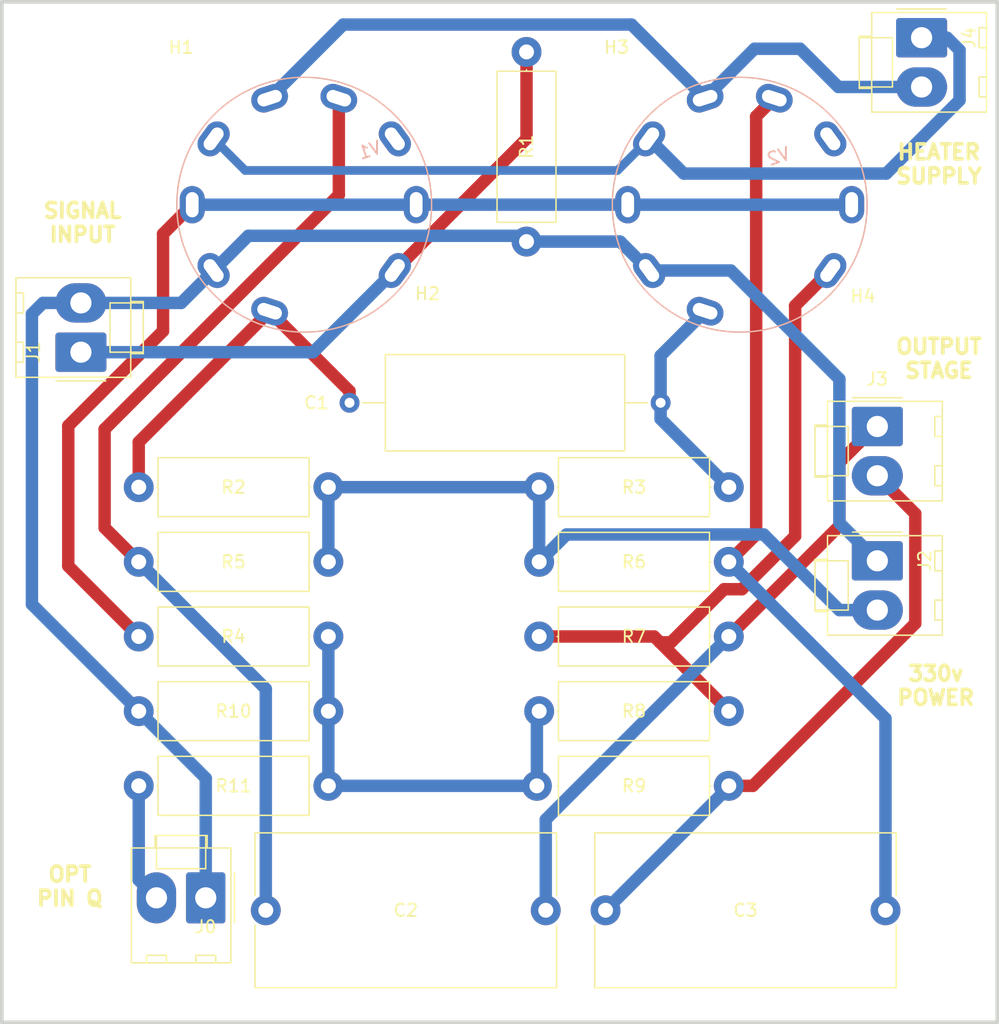
<source format=kicad_pcb>
(kicad_pcb (version 20171130) (host pcbnew "(5.1.6)-1")

  (general
    (thickness 1.6)
    (drawings 9)
    (tracks 102)
    (zones 0)
    (modules 25)
    (nets 18)
  )

  (page A3)
  (layers
    (0 F.Cu signal)
    (31 B.Cu signal)
    (32 B.Adhes user)
    (33 F.Adhes user)
    (34 B.Paste user)
    (35 F.Paste user)
    (36 B.SilkS user)
    (37 F.SilkS user)
    (38 B.Mask user)
    (39 F.Mask user)
    (40 Dwgs.User user)
    (41 Cmts.User user)
    (42 Eco1.User user)
    (43 Eco2.User user)
    (44 Edge.Cuts user)
    (45 Margin user)
    (46 B.CrtYd user)
    (47 F.CrtYd user)
    (48 B.Fab user)
    (49 F.Fab user)
  )

  (setup
    (last_trace_width 1)
    (trace_clearance 0.5)
    (zone_clearance 0.508)
    (zone_45_only no)
    (trace_min 0.2)
    (via_size 0.8)
    (via_drill 0.4)
    (via_min_size 0.4)
    (via_min_drill 0.3)
    (uvia_size 0.3)
    (uvia_drill 0.1)
    (uvias_allowed no)
    (uvia_min_size 0.2)
    (uvia_min_drill 0.1)
    (edge_width 0.1)
    (segment_width 0.2)
    (pcb_text_width 0.3)
    (pcb_text_size 1.5 1.5)
    (mod_edge_width 0.15)
    (mod_text_size 1 1)
    (mod_text_width 0.15)
    (pad_size 2.4 2.4)
    (pad_drill 1.2)
    (pad_to_mask_clearance 0)
    (aux_axis_origin 0 0)
    (visible_elements 7FFFFFFF)
    (pcbplotparams
      (layerselection 0x010fc_ffffffff)
      (usegerberextensions false)
      (usegerberattributes true)
      (usegerberadvancedattributes true)
      (creategerberjobfile true)
      (excludeedgelayer true)
      (linewidth 0.100000)
      (plotframeref false)
      (viasonmask false)
      (mode 1)
      (useauxorigin false)
      (hpglpennumber 1)
      (hpglpenspeed 20)
      (hpglpendiameter 15.000000)
      (psnegative false)
      (psa4output false)
      (plotreference true)
      (plotvalue true)
      (plotinvisibletext false)
      (padsonsilk false)
      (subtractmaskfromsilk false)
      (outputformat 1)
      (mirror false)
      (drillshape 0)
      (scaleselection 1)
      (outputdirectory "Signal/"))
  )

  (net 0 "")
  (net 1 "Net-(C1-Pad1)")
  (net 2 "Net-(C1-Pad2)")
  (net 3 "Net-(C2-Pad1)")
  (net 4 /V3)
  (net 5 "Net-(C3-Pad2)")
  (net 6 /V4)
  (net 7 /0v)
  (net 8 /+330v)
  (net 9 /OPT/Q)
  (net 10 "Net-(J1-Pad1)")
  (net 11 /-6.3v)
  (net 12 /+6.3v)
  (net 13 /Signal/K)
  (net 14 /Signal/FB)
  (net 15 /Signal/FA)
  (net 16 "Net-(V1-Pad7)")
  (net 17 "Net-(V2-Pad7)")

  (net_class Default "This is the default net class."
    (clearance 0.5)
    (trace_width 1)
    (via_dia 0.8)
    (via_drill 0.4)
    (uvia_dia 0.3)
    (uvia_drill 0.1)
    (add_net /+330v)
    (add_net /+6.3v)
    (add_net /-6.3v)
    (add_net /0v)
    (add_net /OPT/Q)
    (add_net /Signal/FA)
    (add_net /Signal/FB)
    (add_net /Signal/K)
    (add_net /V3)
    (add_net /V4)
    (add_net "Net-(C1-Pad1)")
    (add_net "Net-(C1-Pad2)")
    (add_net "Net-(C2-Pad1)")
    (add_net "Net-(C3-Pad2)")
    (add_net "Net-(J1-Pad1)")
    (add_net "Net-(V1-Pad7)")
    (add_net "Net-(V2-Pad7)")
  )

  (module Connector_Molex:Molex_KK-396_A-41791-0002_1x02_P3.96mm_Vertical (layer F.Cu) (tedit 5DC431B4) (tstamp 5F92A73E)
    (at 94.361 97.917 270)
    (descr "Molex KK 396 Interconnect System, old/engineering part number: A-41791-0002 example for new part number: 26-60-4020, 2 Pins (https://www.molex.com/pdm_docs/sd/026604020_sd.pdf), generated with kicad-footprint-generator")
    (tags "connector Molex KK-396 vertical")
    (path /5F75CC40/5F75FFD8)
    (fp_text reference J2 (at 0 -3.81 90) (layer F.SilkS)
      (effects (font (size 1 1) (thickness 0.15)))
    )
    (fp_text value ~ (at 0 4.87 90) (layer F.Fab)
      (effects (font (size 1 1) (thickness 0.15)))
    )
    (fp_line (start 6.37 -5.61) (end -2.41 -5.61) (layer F.CrtYd) (width 0.05))
    (fp_line (start 6.37 5.4) (end 6.37 -5.61) (layer F.CrtYd) (width 0.05))
    (fp_line (start -2.41 5.4) (end 6.37 5.4) (layer F.CrtYd) (width 0.05))
    (fp_line (start -2.41 -5.61) (end -2.41 5.4) (layer F.CrtYd) (width 0.05))
    (fp_line (start 4.76 -4.62) (end 4.76 -5.22) (layer F.SilkS) (width 0.12))
    (fp_line (start 3.16 -4.62) (end 4.76 -4.62) (layer F.SilkS) (width 0.12))
    (fp_line (start 3.16 -5.22) (end 3.16 -4.62) (layer F.SilkS) (width 0.12))
    (fp_line (start 0.8 -4.62) (end 0.8 -5.22) (layer F.SilkS) (width 0.12))
    (fp_line (start -0.8 -4.62) (end 0.8 -4.62) (layer F.SilkS) (width 0.12))
    (fp_line (start -0.8 -5.22) (end -0.8 -4.62) (layer F.SilkS) (width 0.12))
    (fp_line (start 3.96 2.34) (end 3.96 4.01) (layer F.SilkS) (width 0.12))
    (fp_line (start 0 2.34) (end 3.96 2.34) (layer F.SilkS) (width 0.12))
    (fp_line (start 0 4.01) (end 0 2.34) (layer F.SilkS) (width 0.12))
    (fp_line (start 3.96 4.01) (end 3.96 5.01) (layer F.SilkS) (width 0.12))
    (fp_line (start 0 4.01) (end 3.96 4.01) (layer F.SilkS) (width 0.12))
    (fp_line (start 0 5.01) (end 0 4.01) (layer F.SilkS) (width 0.12))
    (fp_line (start -1.202893 0) (end -1.91 0.5) (layer F.Fab) (width 0.1))
    (fp_line (start -1.91 -0.5) (end -1.202893 0) (layer F.Fab) (width 0.1))
    (fp_line (start -2.31 -2) (end -2.31 2) (layer F.SilkS) (width 0.12))
    (fp_line (start -2.02 4.005) (end -2.02 -5.22) (layer F.SilkS) (width 0.12))
    (fp_line (start -0.115 4.005) (end -2.02 4.005) (layer F.SilkS) (width 0.12))
    (fp_line (start -0.115 5.01) (end -0.115 4.005) (layer F.SilkS) (width 0.12))
    (fp_line (start 4.075 5.01) (end -0.115 5.01) (layer F.SilkS) (width 0.12))
    (fp_line (start 4.075 4.005) (end 4.075 5.01) (layer F.SilkS) (width 0.12))
    (fp_line (start 5.98 4.005) (end 4.075 4.005) (layer F.SilkS) (width 0.12))
    (fp_line (start 5.98 -5.22) (end 5.98 4.005) (layer F.SilkS) (width 0.12))
    (fp_line (start -2.02 -5.22) (end 5.98 -5.22) (layer F.SilkS) (width 0.12))
    (fp_line (start -1.91 3.895) (end -1.91 -5.11) (layer F.Fab) (width 0.1))
    (fp_line (start -0.005 3.895) (end -1.91 3.895) (layer F.Fab) (width 0.1))
    (fp_line (start -0.005 4.9) (end -0.005 3.895) (layer F.Fab) (width 0.1))
    (fp_line (start 3.965 4.9) (end -0.005 4.9) (layer F.Fab) (width 0.1))
    (fp_line (start 3.965 3.895) (end 3.965 4.9) (layer F.Fab) (width 0.1))
    (fp_line (start 5.87 3.895) (end 3.965 3.895) (layer F.Fab) (width 0.1))
    (fp_line (start 5.87 -5.11) (end 5.87 3.895) (layer F.Fab) (width 0.1))
    (fp_line (start -1.91 -5.11) (end 5.87 -5.11) (layer F.Fab) (width 0.1))
    (fp_text user %R (at 0 1.27) (layer F.Fab)
      (effects (font (size 1 1) (thickness 0.15)))
    )
    (pad 2 thru_hole oval (at 3.96 0 270) (size 3.16 4.1) (drill 1.7) (layers *.Cu *.Mask)
      (net 8 /+330v))
    (pad 1 thru_hole roundrect (at 0 0 270) (size 3.16 4.1) (drill 1.7) (layers *.Cu *.Mask) (roundrect_rratio 0.079114)
      (net 7 /0v))
    (model ${KISYS3DMOD}/Connector_Molex.3dshapes/Molex_KK-396_A-41791-0002_1x02_P3.96mm_Vertical.wrl
      (at (xyz 0 0 0))
      (scale (xyz 1 1 1))
      (rotate (xyz 0 0 0))
    )
  )

  (module Capacitor_THT:C_Rect_L24.0mm_W12.2mm_P22.50mm_MKT (layer F.Cu) (tedit 5AE50EF0) (tstamp 5F92A6ED)
    (at 72.517 126)
    (descr "C, Rect series, Radial, pin pitch=22.50mm, , length*width=24*12.2mm^2, Capacitor, https://en.tdk.eu/inf/20/20/db/fc_2009/MKT_B32560_564.pdf")
    (tags "C Rect series Radial pin pitch 22.50mm  length 24mm width 12.2mm Capacitor")
    (path /5F75CC40/5F75FF8D)
    (fp_text reference C3 (at 11.25 0) (layer F.SilkS)
      (effects (font (size 1 1) (thickness 0.15)))
    )
    (fp_text value 0.1u (at 11.43 2.508) (layer F.Fab)
      (effects (font (size 1 1) (thickness 0.15)))
    )
    (fp_line (start -0.75 -6.1) (end -0.75 6.1) (layer F.Fab) (width 0.1))
    (fp_line (start -0.75 6.1) (end 23.25 6.1) (layer F.Fab) (width 0.1))
    (fp_line (start 23.25 6.1) (end 23.25 -6.1) (layer F.Fab) (width 0.1))
    (fp_line (start 23.25 -6.1) (end -0.75 -6.1) (layer F.Fab) (width 0.1))
    (fp_line (start -0.87 -6.22) (end 23.37 -6.22) (layer F.SilkS) (width 0.12))
    (fp_line (start -0.87 6.22) (end 23.37 6.22) (layer F.SilkS) (width 0.12))
    (fp_line (start -0.87 -6.22) (end -0.87 -1.185) (layer F.SilkS) (width 0.12))
    (fp_line (start -0.87 1.185) (end -0.87 6.22) (layer F.SilkS) (width 0.12))
    (fp_line (start 23.37 -6.22) (end 23.37 -1.185) (layer F.SilkS) (width 0.12))
    (fp_line (start 23.37 1.185) (end 23.37 6.22) (layer F.SilkS) (width 0.12))
    (fp_line (start -1.45 -6.35) (end -1.45 6.35) (layer F.CrtYd) (width 0.05))
    (fp_line (start -1.45 6.35) (end 23.95 6.35) (layer F.CrtYd) (width 0.05))
    (fp_line (start 23.95 6.35) (end 23.95 -6.35) (layer F.CrtYd) (width 0.05))
    (fp_line (start 23.95 -6.35) (end -1.45 -6.35) (layer F.CrtYd) (width 0.05))
    (fp_text user %R (at 11.25 0) (layer F.Fab)
      (effects (font (size 1 1) (thickness 0.15)))
    )
    (pad 2 thru_hole circle (at 22.5 0) (size 2.4 2.4) (drill 1.2) (layers *.Cu *.Mask)
      (net 5 "Net-(C3-Pad2)"))
    (pad 1 thru_hole circle (at 0 0) (size 2.4 2.4) (drill 1.2) (layers *.Cu *.Mask)
      (net 6 /V4))
    (model ${KISYS3DMOD}/Capacitor_THT.3dshapes/C_Rect_L24.0mm_W12.2mm_P22.50mm_MKT.wrl
      (at (xyz 0 0 0))
      (scale (xyz 1 1 1))
      (rotate (xyz 0 0 0))
    )
  )

  (module Resistor_THT:R_Axial_DIN0414_L11.9mm_D4.5mm_P15.24mm_Horizontal (layer F.Cu) (tedit 5AE5139B) (tstamp 5F92A6AD)
    (at 50.24 110 180)
    (descr "Resistor, Axial_DIN0414 series, Axial, Horizontal, pin pitch=15.24mm, 2W, length*diameter=11.9*4.5mm^2, http://www.vishay.com/docs/20128/wkxwrx.pdf")
    (tags "Resistor Axial_DIN0414 series Axial Horizontal pin pitch 15.24mm 2W length 11.9mm diameter 4.5mm")
    (path /5F75CC40/5F75FF3D)
    (fp_text reference R10 (at 7.62 0) (layer F.SilkS)
      (effects (font (size 1 1) (thickness 0.15)))
    )
    (fp_text value 100R (at 7.822 -1.252) (layer F.Fab)
      (effects (font (size 1 1) (thickness 0.15)))
    )
    (fp_line (start 1.67 -2.25) (end 1.67 2.25) (layer F.Fab) (width 0.1))
    (fp_line (start 1.67 2.25) (end 13.57 2.25) (layer F.Fab) (width 0.1))
    (fp_line (start 13.57 2.25) (end 13.57 -2.25) (layer F.Fab) (width 0.1))
    (fp_line (start 13.57 -2.25) (end 1.67 -2.25) (layer F.Fab) (width 0.1))
    (fp_line (start 0 0) (end 1.67 0) (layer F.Fab) (width 0.1))
    (fp_line (start 15.24 0) (end 13.57 0) (layer F.Fab) (width 0.1))
    (fp_line (start 1.55 -2.37) (end 1.55 2.37) (layer F.SilkS) (width 0.12))
    (fp_line (start 1.55 2.37) (end 13.69 2.37) (layer F.SilkS) (width 0.12))
    (fp_line (start 13.69 2.37) (end 13.69 -2.37) (layer F.SilkS) (width 0.12))
    (fp_line (start 13.69 -2.37) (end 1.55 -2.37) (layer F.SilkS) (width 0.12))
    (fp_line (start 1.44 0) (end 1.55 0) (layer F.SilkS) (width 0.12))
    (fp_line (start 13.8 0) (end 13.69 0) (layer F.SilkS) (width 0.12))
    (fp_line (start -1.45 -2.5) (end -1.45 2.5) (layer F.CrtYd) (width 0.05))
    (fp_line (start -1.45 2.5) (end 16.69 2.5) (layer F.CrtYd) (width 0.05))
    (fp_line (start 16.69 2.5) (end 16.69 -2.5) (layer F.CrtYd) (width 0.05))
    (fp_line (start 16.69 -2.5) (end -1.45 -2.5) (layer F.CrtYd) (width 0.05))
    (fp_text user %R (at 7.62 0) (layer F.Fab)
      (effects (font (size 1 1) (thickness 0.15)))
    )
    (pad 2 thru_hole oval (at 15.24 0 180) (size 2.4 2.4) (drill 1.2) (layers *.Cu *.Mask)
      (net 7 /0v))
    (pad 1 thru_hole circle (at 0 0 180) (size 2.4 2.4) (drill 1.2) (layers *.Cu *.Mask)
      (net 14 /Signal/FB))
    (model ${KISYS3DMOD}/Resistor_THT.3dshapes/R_Axial_DIN0414_L11.9mm_D4.5mm_P15.24mm_Horizontal.wrl
      (at (xyz 0 0 0))
      (scale (xyz 1 1 1))
      (rotate (xyz 0 0 0))
    )
  )

  (module Resistor_THT:R_Axial_DIN0414_L11.9mm_D4.5mm_P15.24mm_Horizontal (layer F.Cu) (tedit 5F945A9D) (tstamp 5F92ACC2)
    (at 67.183 116)
    (descr "Resistor, Axial_DIN0414 series, Axial, Horizontal, pin pitch=15.24mm, 2W, length*diameter=11.9*4.5mm^2, http://www.vishay.com/docs/20128/wkxwrx.pdf")
    (tags "Resistor Axial_DIN0414 series Axial Horizontal pin pitch 15.24mm 2W length 11.9mm diameter 4.5mm")
    (path /5F75CC40/5F75FF7F)
    (fp_text reference R9 (at 7.62 0) (layer F.SilkS)
      (effects (font (size 1 1) (thickness 0.15)))
    )
    (fp_text value 680R (at 7.747 1.524) (layer F.Fab)
      (effects (font (size 1 1) (thickness 0.15)))
    )
    (fp_line (start 16.69 -2.5) (end -1.45 -2.5) (layer F.CrtYd) (width 0.05))
    (fp_line (start 16.69 2.5) (end 16.69 -2.5) (layer F.CrtYd) (width 0.05))
    (fp_line (start -1.45 2.5) (end 16.69 2.5) (layer F.CrtYd) (width 0.05))
    (fp_line (start -1.45 -2.5) (end -1.45 2.5) (layer F.CrtYd) (width 0.05))
    (fp_line (start 13.8 0) (end 13.69 0) (layer F.SilkS) (width 0.12))
    (fp_line (start 1.44 0) (end 1.55 0) (layer F.SilkS) (width 0.12))
    (fp_line (start 13.69 -2.37) (end 1.55 -2.37) (layer F.SilkS) (width 0.12))
    (fp_line (start 13.69 2.37) (end 13.69 -2.37) (layer F.SilkS) (width 0.12))
    (fp_line (start 1.55 2.37) (end 13.69 2.37) (layer F.SilkS) (width 0.12))
    (fp_line (start 1.55 -2.37) (end 1.55 2.37) (layer F.SilkS) (width 0.12))
    (fp_line (start 15.24 0) (end 13.57 0) (layer F.Fab) (width 0.1))
    (fp_line (start 0 0) (end 1.67 0) (layer F.Fab) (width 0.1))
    (fp_line (start 13.57 -2.25) (end 1.67 -2.25) (layer F.Fab) (width 0.1))
    (fp_line (start 13.57 2.25) (end 13.57 -2.25) (layer F.Fab) (width 0.1))
    (fp_line (start 1.67 2.25) (end 13.57 2.25) (layer F.Fab) (width 0.1))
    (fp_line (start 1.67 -2.25) (end 1.67 2.25) (layer F.Fab) (width 0.1))
    (fp_text user %R (at 7.62 0) (layer F.Fab)
      (effects (font (size 1 1) (thickness 0.15)))
    )
    (pad 1 thru_hole circle (at -0.183 0) (size 2.4 2.4) (drill 1.2) (layers *.Cu *.Mask)
      (net 14 /Signal/FB))
    (pad 2 thru_hole oval (at 15.24 0) (size 2.4 2.4) (drill 1.2) (layers *.Cu *.Mask)
      (net 6 /V4))
    (model ${KISYS3DMOD}/Resistor_THT.3dshapes/R_Axial_DIN0414_L11.9mm_D4.5mm_P15.24mm_Horizontal.wrl
      (at (xyz 0 0 0))
      (scale (xyz 1 1 1))
      (rotate (xyz 0 0 0))
    )
  )

  (module Capacitor_THT:C_Rect_L24.0mm_W12.2mm_P22.50mm_MKT (layer F.Cu) (tedit 5AE50EF0) (tstamp 5F92A7A4)
    (at 45.212 126)
    (descr "C, Rect series, Radial, pin pitch=22.50mm, , length*width=24*12.2mm^2, Capacitor, https://en.tdk.eu/inf/20/20/db/fc_2009/MKT_B32560_564.pdf")
    (tags "C Rect series Radial pin pitch 22.50mm  length 24mm width 12.2mm Capacitor")
    (path /5F75CC40/5F75FF85)
    (fp_text reference C2 (at 11.25 0) (layer F.SilkS)
      (effects (font (size 1 1) (thickness 0.15)))
    )
    (fp_text value 0.1u (at 11.25 2) (layer F.Fab)
      (effects (font (size 1 1) (thickness 0.15)))
    )
    (fp_line (start 23.95 -6.35) (end -1.45 -6.35) (layer F.CrtYd) (width 0.05))
    (fp_line (start 23.95 6.35) (end 23.95 -6.35) (layer F.CrtYd) (width 0.05))
    (fp_line (start -1.45 6.35) (end 23.95 6.35) (layer F.CrtYd) (width 0.05))
    (fp_line (start -1.45 -6.35) (end -1.45 6.35) (layer F.CrtYd) (width 0.05))
    (fp_line (start 23.37 1.185) (end 23.37 6.22) (layer F.SilkS) (width 0.12))
    (fp_line (start 23.37 -6.22) (end 23.37 -1.185) (layer F.SilkS) (width 0.12))
    (fp_line (start -0.87 1.185) (end -0.87 6.22) (layer F.SilkS) (width 0.12))
    (fp_line (start -0.87 -6.22) (end -0.87 -1.185) (layer F.SilkS) (width 0.12))
    (fp_line (start -0.87 6.22) (end 23.37 6.22) (layer F.SilkS) (width 0.12))
    (fp_line (start -0.87 -6.22) (end 23.37 -6.22) (layer F.SilkS) (width 0.12))
    (fp_line (start 23.25 -6.1) (end -0.75 -6.1) (layer F.Fab) (width 0.1))
    (fp_line (start 23.25 6.1) (end 23.25 -6.1) (layer F.Fab) (width 0.1))
    (fp_line (start -0.75 6.1) (end 23.25 6.1) (layer F.Fab) (width 0.1))
    (fp_line (start -0.75 -6.1) (end -0.75 6.1) (layer F.Fab) (width 0.1))
    (fp_text user %R (at 11.25 0) (layer F.Fab)
      (effects (font (size 1 1) (thickness 0.15)))
    )
    (pad 1 thru_hole circle (at 0 0) (size 2.4 2.4) (drill 1.2) (layers *.Cu *.Mask)
      (net 3 "Net-(C2-Pad1)"))
    (pad 2 thru_hole circle (at 22.5 0) (size 2.4 2.4) (drill 1.2) (layers *.Cu *.Mask)
      (net 4 /V3))
    (model ${KISYS3DMOD}/Capacitor_THT.3dshapes/C_Rect_L24.0mm_W12.2mm_P22.50mm_MKT.wrl
      (at (xyz 0 0 0))
      (scale (xyz 1 1 1))
      (rotate (xyz 0 0 0))
    )
  )

  (module KIT:Valve_ECC-82 (layer B.Cu) (tedit 5EC5AF52) (tstamp 5F92A81E)
    (at 48.3 69.3 198)
    (descr "Valve ECC-83-2 flat pins")
    (tags "Valve ECC-83-2 flat pins")
    (path /5F75CC40/5F75EDA6)
    (fp_text reference V1 (at -6.35 2.539999 18) (layer B.SilkS)
      (effects (font (size 1 1) (thickness 0.15)) (justify mirror))
    )
    (fp_text value EF86 (at -6.35 -7.46 18) (layer B.Fab)
      (effects (font (size 1 1) (thickness 0.15)) (justify mirror))
    )
    (fp_circle (center 0 0) (end 10.16 -1.27) (layer B.SilkS) (width 0.12))
    (fp_circle (center 0 0) (end 0 10.5) (layer B.CrtYd) (width 0.05))
    (fp_circle (center 0 0) (end 0 10.25) (layer B.Fab) (width 0.1))
    (fp_text user %R (at -6.35 2.539999 18) (layer B.Fab)
      (effects (font (size 1 1) (thickness 0.15)) (justify mirror))
    )
    (pad 1 thru_hole oval (at 5.29 -7.28 252) (size 2 3) (drill oval 1.02 2.03) (layers *.Cu *.Mask)
      (net 1 "Net-(C1-Pad1)"))
    (pad 2 thru_hole oval (at 8.56 -2.78 216) (size 2 3) (drill oval 1.02 2.03) (layers *.Cu *.Mask)
      (net 7 /0v))
    (pad 3 thru_hole oval (at 8.56 2.78 180) (size 2 3) (drill oval 1.02 2.03) (layers *.Cu *.Mask)
      (net 13 /Signal/K))
    (pad 4 thru_hole oval (at 5.29 7.28 144) (size 2 3) (drill oval 1.02 2.03) (layers *.Cu *.Mask)
      (net 12 /+6.3v))
    (pad 5 thru_hole oval (at 0 9 108) (size 2 3) (drill oval 1.02 2.03) (layers *.Cu *.Mask)
      (net 11 /-6.3v))
    (pad 6 thru_hole oval (at -5.29 7.28 252) (size 2 3) (drill oval 1.02 2.03) (layers *.Cu *.Mask)
      (net 3 "Net-(C2-Pad1)"))
    (pad 7 thru_hole oval (at -8.56 2.78 216) (size 2 3) (drill oval 1.02 2.03) (layers *.Cu *.Mask)
      (net 16 "Net-(V1-Pad7)"))
    (pad 8 thru_hole oval (at -8.56 -2.78 180) (size 2 3) (drill oval 1.02 2.03) (layers *.Cu *.Mask)
      (net 13 /Signal/K))
    (pad 9 thru_hole oval (at -5.29 -7.28 144) (size 2 3) (drill oval 1.02 2.03) (layers *.Cu *.Mask)
      (net 10 "Net-(J1-Pad1)"))
    (model ${KISYS3DMOD}/Valve.3dshapes/Valve_ECC-83-2.wrl
      (at (xyz 0 0 0))
      (scale (xyz 1 1 1))
      (rotate (xyz 0 0 0))
    )
  )

  (module Resistor_THT:R_Axial_DIN0414_L11.9mm_D4.5mm_P15.24mm_Horizontal (layer F.Cu) (tedit 5AE5139B) (tstamp 5F92AC80)
    (at 67.183 92)
    (descr "Resistor, Axial_DIN0414 series, Axial, Horizontal, pin pitch=15.24mm, 2W, length*diameter=11.9*4.5mm^2, http://www.vishay.com/docs/20128/wkxwrx.pdf")
    (tags "Resistor Axial_DIN0414 series Axial Horizontal pin pitch 15.24mm 2W length 11.9mm diameter 4.5mm")
    (path /5F75CC40/5F75FF31)
    (fp_text reference R3 (at 7.62 0) (layer F.SilkS)
      (effects (font (size 1 1) (thickness 0.15)))
    )
    (fp_text value 1M (at 7.62 1.599) (layer F.Fab)
      (effects (font (size 1 1) (thickness 0.15)))
    )
    (fp_line (start 1.67 -2.25) (end 1.67 2.25) (layer F.Fab) (width 0.1))
    (fp_line (start 1.67 2.25) (end 13.57 2.25) (layer F.Fab) (width 0.1))
    (fp_line (start 13.57 2.25) (end 13.57 -2.25) (layer F.Fab) (width 0.1))
    (fp_line (start 13.57 -2.25) (end 1.67 -2.25) (layer F.Fab) (width 0.1))
    (fp_line (start 0 0) (end 1.67 0) (layer F.Fab) (width 0.1))
    (fp_line (start 15.24 0) (end 13.57 0) (layer F.Fab) (width 0.1))
    (fp_line (start 1.55 -2.37) (end 1.55 2.37) (layer F.SilkS) (width 0.12))
    (fp_line (start 1.55 2.37) (end 13.69 2.37) (layer F.SilkS) (width 0.12))
    (fp_line (start 13.69 2.37) (end 13.69 -2.37) (layer F.SilkS) (width 0.12))
    (fp_line (start 13.69 -2.37) (end 1.55 -2.37) (layer F.SilkS) (width 0.12))
    (fp_line (start 1.44 0) (end 1.55 0) (layer F.SilkS) (width 0.12))
    (fp_line (start 13.8 0) (end 13.69 0) (layer F.SilkS) (width 0.12))
    (fp_line (start -1.45 -2.5) (end -1.45 2.5) (layer F.CrtYd) (width 0.05))
    (fp_line (start -1.45 2.5) (end 16.69 2.5) (layer F.CrtYd) (width 0.05))
    (fp_line (start 16.69 2.5) (end 16.69 -2.5) (layer F.CrtYd) (width 0.05))
    (fp_line (start 16.69 -2.5) (end -1.45 -2.5) (layer F.CrtYd) (width 0.05))
    (fp_text user %R (at 7.62 0) (layer F.Fab)
      (effects (font (size 1 1) (thickness 0.15)))
    )
    (pad 2 thru_hole oval (at 15.24 0) (size 2.4 2.4) (drill 1.2) (layers *.Cu *.Mask)
      (net 2 "Net-(C1-Pad2)"))
    (pad 1 thru_hole circle (at 0 0) (size 2.4 2.4) (drill 1.2) (layers *.Cu *.Mask)
      (net 8 /+330v))
    (model ${KISYS3DMOD}/Resistor_THT.3dshapes/R_Axial_DIN0414_L11.9mm_D4.5mm_P15.24mm_Horizontal.wrl
      (at (xyz 0 0 0))
      (scale (xyz 1 1 1))
      (rotate (xyz 0 0 0))
    )
  )

  (module Resistor_THT:R_Axial_DIN0414_L11.9mm_D4.5mm_P15.24mm_Horizontal (layer F.Cu) (tedit 5AE5139B) (tstamp 5F92ABFC)
    (at 82.423 110 180)
    (descr "Resistor, Axial_DIN0414 series, Axial, Horizontal, pin pitch=15.24mm, 2W, length*diameter=11.9*4.5mm^2, http://www.vishay.com/docs/20128/wkxwrx.pdf")
    (tags "Resistor Axial_DIN0414 series Axial Horizontal pin pitch 15.24mm 2W length 11.9mm diameter 4.5mm")
    (path /5F75CC40/5F75FF79)
    (fp_text reference R8 (at 7.62 0) (layer F.SilkS)
      (effects (font (size 1 1) (thickness 0.15)))
    )
    (fp_text value 2k7 (at 7.747 -1.379) (layer F.Fab)
      (effects (font (size 1 1) (thickness 0.15)))
    )
    (fp_line (start 1.67 -2.25) (end 1.67 2.25) (layer F.Fab) (width 0.1))
    (fp_line (start 1.67 2.25) (end 13.57 2.25) (layer F.Fab) (width 0.1))
    (fp_line (start 13.57 2.25) (end 13.57 -2.25) (layer F.Fab) (width 0.1))
    (fp_line (start 13.57 -2.25) (end 1.67 -2.25) (layer F.Fab) (width 0.1))
    (fp_line (start 0 0) (end 1.67 0) (layer F.Fab) (width 0.1))
    (fp_line (start 15.24 0) (end 13.57 0) (layer F.Fab) (width 0.1))
    (fp_line (start 1.55 -2.37) (end 1.55 2.37) (layer F.SilkS) (width 0.12))
    (fp_line (start 1.55 2.37) (end 13.69 2.37) (layer F.SilkS) (width 0.12))
    (fp_line (start 13.69 2.37) (end 13.69 -2.37) (layer F.SilkS) (width 0.12))
    (fp_line (start 13.69 -2.37) (end 1.55 -2.37) (layer F.SilkS) (width 0.12))
    (fp_line (start 1.44 0) (end 1.55 0) (layer F.SilkS) (width 0.12))
    (fp_line (start 13.8 0) (end 13.69 0) (layer F.SilkS) (width 0.12))
    (fp_line (start -1.45 -2.5) (end -1.45 2.5) (layer F.CrtYd) (width 0.05))
    (fp_line (start -1.45 2.5) (end 16.69 2.5) (layer F.CrtYd) (width 0.05))
    (fp_line (start 16.69 2.5) (end 16.69 -2.5) (layer F.CrtYd) (width 0.05))
    (fp_line (start 16.69 -2.5) (end -1.45 -2.5) (layer F.CrtYd) (width 0.05))
    (fp_text user %R (at 7.62 0) (layer F.Fab)
      (effects (font (size 1 1) (thickness 0.15)))
    )
    (pad 2 thru_hole oval (at 15.24 0 180) (size 2.4 2.4) (drill 1.2) (layers *.Cu *.Mask)
      (net 14 /Signal/FB))
    (pad 1 thru_hole circle (at 0 0 180) (size 2.4 2.4) (drill 1.2) (layers *.Cu *.Mask)
      (net 15 /Signal/FA))
    (model ${KISYS3DMOD}/Resistor_THT.3dshapes/R_Axial_DIN0414_L11.9mm_D4.5mm_P15.24mm_Horizontal.wrl
      (at (xyz 0 0 0))
      (scale (xyz 1 1 1))
      (rotate (xyz 0 0 0))
    )
  )

  (module Resistor_THT:R_Axial_DIN0414_L11.9mm_D4.5mm_P15.24mm_Horizontal (layer F.Cu) (tedit 5AE5139B) (tstamp 5F92AC3E)
    (at 82.423 104 180)
    (descr "Resistor, Axial_DIN0414 series, Axial, Horizontal, pin pitch=15.24mm, 2W, length*diameter=11.9*4.5mm^2, http://www.vishay.com/docs/20128/wkxwrx.pdf")
    (tags "Resistor Axial_DIN0414 series Axial Horizontal pin pitch 15.24mm 2W length 11.9mm diameter 4.5mm")
    (path /5F75CC40/5F75FF73)
    (fp_text reference R7 (at 7.62 0) (layer F.SilkS)
      (effects (font (size 1 1) (thickness 0.15)))
    )
    (fp_text value 680R (at 7.493 -1.41) (layer F.Fab)
      (effects (font (size 1 1) (thickness 0.15)))
    )
    (fp_line (start 16.69 -2.5) (end -1.45 -2.5) (layer F.CrtYd) (width 0.05))
    (fp_line (start 16.69 2.5) (end 16.69 -2.5) (layer F.CrtYd) (width 0.05))
    (fp_line (start -1.45 2.5) (end 16.69 2.5) (layer F.CrtYd) (width 0.05))
    (fp_line (start -1.45 -2.5) (end -1.45 2.5) (layer F.CrtYd) (width 0.05))
    (fp_line (start 13.8 0) (end 13.69 0) (layer F.SilkS) (width 0.12))
    (fp_line (start 1.44 0) (end 1.55 0) (layer F.SilkS) (width 0.12))
    (fp_line (start 13.69 -2.37) (end 1.55 -2.37) (layer F.SilkS) (width 0.12))
    (fp_line (start 13.69 2.37) (end 13.69 -2.37) (layer F.SilkS) (width 0.12))
    (fp_line (start 1.55 2.37) (end 13.69 2.37) (layer F.SilkS) (width 0.12))
    (fp_line (start 1.55 -2.37) (end 1.55 2.37) (layer F.SilkS) (width 0.12))
    (fp_line (start 15.24 0) (end 13.57 0) (layer F.Fab) (width 0.1))
    (fp_line (start 0 0) (end 1.67 0) (layer F.Fab) (width 0.1))
    (fp_line (start 13.57 -2.25) (end 1.67 -2.25) (layer F.Fab) (width 0.1))
    (fp_line (start 13.57 2.25) (end 13.57 -2.25) (layer F.Fab) (width 0.1))
    (fp_line (start 1.67 2.25) (end 13.57 2.25) (layer F.Fab) (width 0.1))
    (fp_line (start 1.67 -2.25) (end 1.67 2.25) (layer F.Fab) (width 0.1))
    (fp_text user %R (at 7.62 0) (layer F.Fab)
      (effects (font (size 1 1) (thickness 0.15)))
    )
    (pad 1 thru_hole circle (at 0 0 180) (size 2.4 2.4) (drill 1.2) (layers *.Cu *.Mask)
      (net 4 /V3))
    (pad 2 thru_hole oval (at 15.24 0 180) (size 2.4 2.4) (drill 1.2) (layers *.Cu *.Mask)
      (net 15 /Signal/FA))
    (model ${KISYS3DMOD}/Resistor_THT.3dshapes/R_Axial_DIN0414_L11.9mm_D4.5mm_P15.24mm_Horizontal.wrl
      (at (xyz 0 0 0))
      (scale (xyz 1 1 1))
      (rotate (xyz 0 0 0))
    )
  )

  (module KIT:Valve_ECC-82 (layer B.Cu) (tedit 5EC5AF52) (tstamp 5F92A84E)
    (at 83.3 69.3 198)
    (descr "Valve ECC-83-2 flat pins")
    (tags "Valve ECC-83-2 flat pins")
    (path /5F75CC40/5F75EDAC)
    (fp_text reference V2 (at -4.156772 2.729056 18) (layer B.SilkS)
      (effects (font (size 1 1) (thickness 0.15)) (justify mirror))
    )
    (fp_text value EF86 (at -6.35 -7.46 18) (layer B.Fab)
      (effects (font (size 1 1) (thickness 0.15)) (justify mirror))
    )
    (fp_circle (center 0 0) (end 10.16 -1.27) (layer B.SilkS) (width 0.12))
    (fp_circle (center 0 0) (end 0 10.5) (layer B.CrtYd) (width 0.05))
    (fp_circle (center 0 0) (end 0 10.25) (layer B.Fab) (width 0.1))
    (fp_text user %R (at -6.35 2.539999 18) (layer B.Fab)
      (effects (font (size 1 1) (thickness 0.15)) (justify mirror))
    )
    (pad 1 thru_hole oval (at 5.29 -7.28 252) (size 2 3) (drill oval 1.02 2.03) (layers *.Cu *.Mask)
      (net 2 "Net-(C1-Pad2)"))
    (pad 2 thru_hole oval (at 8.56 -2.78 216) (size 2 3) (drill oval 1.02 2.03) (layers *.Cu *.Mask)
      (net 7 /0v))
    (pad 3 thru_hole oval (at 8.56 2.78 180) (size 2 3) (drill oval 1.02 2.03) (layers *.Cu *.Mask)
      (net 13 /Signal/K))
    (pad 4 thru_hole oval (at 5.29 7.28 144) (size 2 3) (drill oval 1.02 2.03) (layers *.Cu *.Mask)
      (net 12 /+6.3v))
    (pad 5 thru_hole oval (at 0 9 108) (size 2 3) (drill oval 1.02 2.03) (layers *.Cu *.Mask)
      (net 11 /-6.3v))
    (pad 6 thru_hole oval (at -5.29 7.28 252) (size 2 3) (drill oval 1.02 2.03) (layers *.Cu *.Mask)
      (net 5 "Net-(C3-Pad2)"))
    (pad 7 thru_hole oval (at -8.56 2.78 216) (size 2 3) (drill oval 1.02 2.03) (layers *.Cu *.Mask)
      (net 17 "Net-(V2-Pad7)"))
    (pad 8 thru_hole oval (at -8.56 -2.78 180) (size 2 3) (drill oval 1.02 2.03) (layers *.Cu *.Mask)
      (net 13 /Signal/K))
    (pad 9 thru_hole oval (at -5.29 -7.28 144) (size 2 3) (drill oval 1.02 2.03) (layers *.Cu *.Mask)
      (net 15 /Signal/FA))
    (model ${KISYS3DMOD}/Valve.3dshapes/Valve_ECC-83-2.wrl
      (at (xyz 0 0 0))
      (scale (xyz 1 1 1))
      (rotate (xyz 0 0 0))
    )
  )

  (module Resistor_THT:R_Axial_DIN0414_L11.9mm_D4.5mm_P15.24mm_Horizontal (layer F.Cu) (tedit 5AE5139B) (tstamp 5F92A9FE)
    (at 67.183 98)
    (descr "Resistor, Axial_DIN0414 series, Axial, Horizontal, pin pitch=15.24mm, 2W, length*diameter=11.9*4.5mm^2, http://www.vishay.com/docs/20128/wkxwrx.pdf")
    (tags "Resistor Axial_DIN0414 series Axial Horizontal pin pitch 15.24mm 2W length 11.9mm diameter 4.5mm")
    (path /5F75CC40/5F75FF5D)
    (fp_text reference R6 (at 7.62 0) (layer F.SilkS)
      (effects (font (size 1 1) (thickness 0.15)))
    )
    (fp_text value 180k (at 7.62 1.441) (layer F.Fab)
      (effects (font (size 1 1) (thickness 0.15)))
    )
    (fp_line (start 1.67 -2.25) (end 1.67 2.25) (layer F.Fab) (width 0.1))
    (fp_line (start 1.67 2.25) (end 13.57 2.25) (layer F.Fab) (width 0.1))
    (fp_line (start 13.57 2.25) (end 13.57 -2.25) (layer F.Fab) (width 0.1))
    (fp_line (start 13.57 -2.25) (end 1.67 -2.25) (layer F.Fab) (width 0.1))
    (fp_line (start 0 0) (end 1.67 0) (layer F.Fab) (width 0.1))
    (fp_line (start 15.24 0) (end 13.57 0) (layer F.Fab) (width 0.1))
    (fp_line (start 1.55 -2.37) (end 1.55 2.37) (layer F.SilkS) (width 0.12))
    (fp_line (start 1.55 2.37) (end 13.69 2.37) (layer F.SilkS) (width 0.12))
    (fp_line (start 13.69 2.37) (end 13.69 -2.37) (layer F.SilkS) (width 0.12))
    (fp_line (start 13.69 -2.37) (end 1.55 -2.37) (layer F.SilkS) (width 0.12))
    (fp_line (start 1.44 0) (end 1.55 0) (layer F.SilkS) (width 0.12))
    (fp_line (start 13.8 0) (end 13.69 0) (layer F.SilkS) (width 0.12))
    (fp_line (start -1.45 -2.5) (end -1.45 2.5) (layer F.CrtYd) (width 0.05))
    (fp_line (start -1.45 2.5) (end 16.69 2.5) (layer F.CrtYd) (width 0.05))
    (fp_line (start 16.69 2.5) (end 16.69 -2.5) (layer F.CrtYd) (width 0.05))
    (fp_line (start 16.69 -2.5) (end -1.45 -2.5) (layer F.CrtYd) (width 0.05))
    (fp_text user %R (at 7.62 0) (layer F.Fab)
      (effects (font (size 1 1) (thickness 0.15)))
    )
    (pad 2 thru_hole oval (at 15.24 0) (size 2.4 2.4) (drill 1.2) (layers *.Cu *.Mask)
      (net 5 "Net-(C3-Pad2)"))
    (pad 1 thru_hole circle (at 0 0) (size 2.4 2.4) (drill 1.2) (layers *.Cu *.Mask)
      (net 8 /+330v))
    (model ${KISYS3DMOD}/Resistor_THT.3dshapes/R_Axial_DIN0414_L11.9mm_D4.5mm_P15.24mm_Horizontal.wrl
      (at (xyz 0 0 0))
      (scale (xyz 1 1 1))
      (rotate (xyz 0 0 0))
    )
  )

  (module Resistor_THT:R_Axial_DIN0414_L11.9mm_D4.5mm_P15.24mm_Horizontal (layer F.Cu) (tedit 5AE5139B) (tstamp 5F92A884)
    (at 35 98)
    (descr "Resistor, Axial_DIN0414 series, Axial, Horizontal, pin pitch=15.24mm, 2W, length*diameter=11.9*4.5mm^2, http://www.vishay.com/docs/20128/wkxwrx.pdf")
    (tags "Resistor Axial_DIN0414 series Axial Horizontal pin pitch 15.24mm 2W length 11.9mm diameter 4.5mm")
    (path /5F75CC40/5F75FF57)
    (fp_text reference R5 (at 7.62 0) (layer F.SilkS)
      (effects (font (size 1 1) (thickness 0.15)))
    )
    (fp_text value 180k (at 7.62 1.441) (layer F.Fab)
      (effects (font (size 1 1) (thickness 0.15)))
    )
    (fp_line (start 16.69 -2.5) (end -1.45 -2.5) (layer F.CrtYd) (width 0.05))
    (fp_line (start 16.69 2.5) (end 16.69 -2.5) (layer F.CrtYd) (width 0.05))
    (fp_line (start -1.45 2.5) (end 16.69 2.5) (layer F.CrtYd) (width 0.05))
    (fp_line (start -1.45 -2.5) (end -1.45 2.5) (layer F.CrtYd) (width 0.05))
    (fp_line (start 13.8 0) (end 13.69 0) (layer F.SilkS) (width 0.12))
    (fp_line (start 1.44 0) (end 1.55 0) (layer F.SilkS) (width 0.12))
    (fp_line (start 13.69 -2.37) (end 1.55 -2.37) (layer F.SilkS) (width 0.12))
    (fp_line (start 13.69 2.37) (end 13.69 -2.37) (layer F.SilkS) (width 0.12))
    (fp_line (start 1.55 2.37) (end 13.69 2.37) (layer F.SilkS) (width 0.12))
    (fp_line (start 1.55 -2.37) (end 1.55 2.37) (layer F.SilkS) (width 0.12))
    (fp_line (start 15.24 0) (end 13.57 0) (layer F.Fab) (width 0.1))
    (fp_line (start 0 0) (end 1.67 0) (layer F.Fab) (width 0.1))
    (fp_line (start 13.57 -2.25) (end 1.67 -2.25) (layer F.Fab) (width 0.1))
    (fp_line (start 13.57 2.25) (end 13.57 -2.25) (layer F.Fab) (width 0.1))
    (fp_line (start 1.67 2.25) (end 13.57 2.25) (layer F.Fab) (width 0.1))
    (fp_line (start 1.67 -2.25) (end 1.67 2.25) (layer F.Fab) (width 0.1))
    (fp_text user %R (at 7.62 0) (layer F.Fab)
      (effects (font (size 1 1) (thickness 0.15)))
    )
    (pad 1 thru_hole circle (at 0 0) (size 2.4 2.4) (drill 1.2) (layers *.Cu *.Mask)
      (net 3 "Net-(C2-Pad1)"))
    (pad 2 thru_hole oval (at 15.24 0) (size 2.4 2.4) (drill 1.2) (layers *.Cu *.Mask)
      (net 8 /+330v))
    (model ${KISYS3DMOD}/Resistor_THT.3dshapes/R_Axial_DIN0414_L11.9mm_D4.5mm_P15.24mm_Horizontal.wrl
      (at (xyz 0 0 0))
      (scale (xyz 1 1 1))
      (rotate (xyz 0 0 0))
    )
  )

  (module Resistor_THT:R_Axial_DIN0414_L11.9mm_D4.5mm_P15.24mm_Horizontal (layer F.Cu) (tedit 5AE5139B) (tstamp 5F92A7E2)
    (at 35 92)
    (descr "Resistor, Axial_DIN0414 series, Axial, Horizontal, pin pitch=15.24mm, 2W, length*diameter=11.9*4.5mm^2, http://www.vishay.com/docs/20128/wkxwrx.pdf")
    (tags "Resistor Axial_DIN0414 series Axial Horizontal pin pitch 15.24mm 2W length 11.9mm diameter 4.5mm")
    (path /5F75CC40/5F75FF2B)
    (fp_text reference R2 (at 7.62 0) (layer F.SilkS)
      (effects (font (size 1 1) (thickness 0.15)))
    )
    (fp_text value 1M (at 7.62 1.599) (layer F.Fab)
      (effects (font (size 1 1) (thickness 0.15)))
    )
    (fp_line (start 16.69 -2.5) (end -1.45 -2.5) (layer F.CrtYd) (width 0.05))
    (fp_line (start 16.69 2.5) (end 16.69 -2.5) (layer F.CrtYd) (width 0.05))
    (fp_line (start -1.45 2.5) (end 16.69 2.5) (layer F.CrtYd) (width 0.05))
    (fp_line (start -1.45 -2.5) (end -1.45 2.5) (layer F.CrtYd) (width 0.05))
    (fp_line (start 13.8 0) (end 13.69 0) (layer F.SilkS) (width 0.12))
    (fp_line (start 1.44 0) (end 1.55 0) (layer F.SilkS) (width 0.12))
    (fp_line (start 13.69 -2.37) (end 1.55 -2.37) (layer F.SilkS) (width 0.12))
    (fp_line (start 13.69 2.37) (end 13.69 -2.37) (layer F.SilkS) (width 0.12))
    (fp_line (start 1.55 2.37) (end 13.69 2.37) (layer F.SilkS) (width 0.12))
    (fp_line (start 1.55 -2.37) (end 1.55 2.37) (layer F.SilkS) (width 0.12))
    (fp_line (start 15.24 0) (end 13.57 0) (layer F.Fab) (width 0.1))
    (fp_line (start 0 0) (end 1.67 0) (layer F.Fab) (width 0.1))
    (fp_line (start 13.57 -2.25) (end 1.67 -2.25) (layer F.Fab) (width 0.1))
    (fp_line (start 13.57 2.25) (end 13.57 -2.25) (layer F.Fab) (width 0.1))
    (fp_line (start 1.67 2.25) (end 13.57 2.25) (layer F.Fab) (width 0.1))
    (fp_line (start 1.67 -2.25) (end 1.67 2.25) (layer F.Fab) (width 0.1))
    (fp_text user %R (at 7.62 0) (layer F.Fab)
      (effects (font (size 1 1) (thickness 0.15)))
    )
    (pad 1 thru_hole circle (at 0 0) (size 2.4 2.4) (drill 1.2) (layers *.Cu *.Mask)
      (net 1 "Net-(C1-Pad1)"))
    (pad 2 thru_hole oval (at 15.24 0) (size 2.4 2.4) (drill 1.2) (layers *.Cu *.Mask)
      (net 8 /+330v))
    (model ${KISYS3DMOD}/Resistor_THT.3dshapes/R_Axial_DIN0414_L11.9mm_D4.5mm_P15.24mm_Horizontal.wrl
      (at (xyz 0 0 0))
      (scale (xyz 1 1 1))
      (rotate (xyz 0 0 0))
    )
  )

  (module Resistor_THT:R_Axial_DIN0414_L11.9mm_D4.5mm_P15.24mm_Horizontal (layer F.Cu) (tedit 5AE5139B) (tstamp 5F92A8C6)
    (at 66.167 57.023 270)
    (descr "Resistor, Axial_DIN0414 series, Axial, Horizontal, pin pitch=15.24mm, 2W, length*diameter=11.9*4.5mm^2, http://www.vishay.com/docs/20128/wkxwrx.pdf")
    (tags "Resistor Axial_DIN0414 series Axial Horizontal pin pitch 15.24mm 2W length 11.9mm diameter 4.5mm")
    (path /5F75CC40/5F75FFA1)
    (fp_text reference R1 (at 7.62 0 90) (layer F.SilkS)
      (effects (font (size 1 1) (thickness 0.15)))
    )
    (fp_text value 150M (at 7.62 3.37 90) (layer F.Fab)
      (effects (font (size 1 1) (thickness 0.15)))
    )
    (fp_line (start 1.67 -2.25) (end 1.67 2.25) (layer F.Fab) (width 0.1))
    (fp_line (start 1.67 2.25) (end 13.57 2.25) (layer F.Fab) (width 0.1))
    (fp_line (start 13.57 2.25) (end 13.57 -2.25) (layer F.Fab) (width 0.1))
    (fp_line (start 13.57 -2.25) (end 1.67 -2.25) (layer F.Fab) (width 0.1))
    (fp_line (start 0 0) (end 1.67 0) (layer F.Fab) (width 0.1))
    (fp_line (start 15.24 0) (end 13.57 0) (layer F.Fab) (width 0.1))
    (fp_line (start 1.55 -2.37) (end 1.55 2.37) (layer F.SilkS) (width 0.12))
    (fp_line (start 1.55 2.37) (end 13.69 2.37) (layer F.SilkS) (width 0.12))
    (fp_line (start 13.69 2.37) (end 13.69 -2.37) (layer F.SilkS) (width 0.12))
    (fp_line (start 13.69 -2.37) (end 1.55 -2.37) (layer F.SilkS) (width 0.12))
    (fp_line (start 1.44 0) (end 1.55 0) (layer F.SilkS) (width 0.12))
    (fp_line (start 13.8 0) (end 13.69 0) (layer F.SilkS) (width 0.12))
    (fp_line (start -1.45 -2.5) (end -1.45 2.5) (layer F.CrtYd) (width 0.05))
    (fp_line (start -1.45 2.5) (end 16.69 2.5) (layer F.CrtYd) (width 0.05))
    (fp_line (start 16.69 2.5) (end 16.69 -2.5) (layer F.CrtYd) (width 0.05))
    (fp_line (start 16.69 -2.5) (end -1.45 -2.5) (layer F.CrtYd) (width 0.05))
    (fp_text user %R (at 7.62 0 90) (layer F.Fab)
      (effects (font (size 1 1) (thickness 0.15)))
    )
    (pad 2 thru_hole oval (at 15.24 0 270) (size 2.4 2.4) (drill 1.2) (layers *.Cu *.Mask)
      (net 7 /0v))
    (pad 1 thru_hole circle (at 0 0 270) (size 2.4 2.4) (drill 1.2) (layers *.Cu *.Mask)
      (net 10 "Net-(J1-Pad1)"))
    (model ${KISYS3DMOD}/Resistor_THT.3dshapes/R_Axial_DIN0414_L11.9mm_D4.5mm_P15.24mm_Horizontal.wrl
      (at (xyz 0 0 0))
      (scale (xyz 1 1 1))
      (rotate (xyz 0 0 0))
    )
  )

  (module Resistor_THT:R_Axial_DIN0414_L11.9mm_D4.5mm_P15.24mm_Horizontal (layer F.Cu) (tedit 5AE5139B) (tstamp 5F92ABBA)
    (at 35 104)
    (descr "Resistor, Axial_DIN0414 series, Axial, Horizontal, pin pitch=15.24mm, 2W, length*diameter=11.9*4.5mm^2, http://www.vishay.com/docs/20128/wkxwrx.pdf")
    (tags "Resistor Axial_DIN0414 series Axial Horizontal pin pitch 15.24mm 2W length 11.9mm diameter 4.5mm")
    (path /5F75CC40/5F75FF37)
    (fp_text reference R4 (at 7.62 0) (layer F.SilkS)
      (effects (font (size 1 1) (thickness 0.15)))
    )
    (fp_text value 680R (at 7.62 1.41) (layer F.Fab)
      (effects (font (size 1 1) (thickness 0.15)))
    )
    (fp_line (start 16.69 -2.5) (end -1.45 -2.5) (layer F.CrtYd) (width 0.05))
    (fp_line (start 16.69 2.5) (end 16.69 -2.5) (layer F.CrtYd) (width 0.05))
    (fp_line (start -1.45 2.5) (end 16.69 2.5) (layer F.CrtYd) (width 0.05))
    (fp_line (start -1.45 -2.5) (end -1.45 2.5) (layer F.CrtYd) (width 0.05))
    (fp_line (start 13.8 0) (end 13.69 0) (layer F.SilkS) (width 0.12))
    (fp_line (start 1.44 0) (end 1.55 0) (layer F.SilkS) (width 0.12))
    (fp_line (start 13.69 -2.37) (end 1.55 -2.37) (layer F.SilkS) (width 0.12))
    (fp_line (start 13.69 2.37) (end 13.69 -2.37) (layer F.SilkS) (width 0.12))
    (fp_line (start 1.55 2.37) (end 13.69 2.37) (layer F.SilkS) (width 0.12))
    (fp_line (start 1.55 -2.37) (end 1.55 2.37) (layer F.SilkS) (width 0.12))
    (fp_line (start 15.24 0) (end 13.57 0) (layer F.Fab) (width 0.1))
    (fp_line (start 0 0) (end 1.67 0) (layer F.Fab) (width 0.1))
    (fp_line (start 13.57 -2.25) (end 1.67 -2.25) (layer F.Fab) (width 0.1))
    (fp_line (start 13.57 2.25) (end 13.57 -2.25) (layer F.Fab) (width 0.1))
    (fp_line (start 1.67 2.25) (end 13.57 2.25) (layer F.Fab) (width 0.1))
    (fp_line (start 1.67 -2.25) (end 1.67 2.25) (layer F.Fab) (width 0.1))
    (fp_text user %R (at 7.62 0) (layer F.Fab)
      (effects (font (size 1 1) (thickness 0.15)))
    )
    (pad 1 thru_hole circle (at 0 0) (size 2.4 2.4) (drill 1.2) (layers *.Cu *.Mask)
      (net 13 /Signal/K))
    (pad 2 thru_hole oval (at 15.24 0) (size 2.4 2.4) (drill 1.2) (layers *.Cu *.Mask)
      (net 14 /Signal/FB))
    (model ${KISYS3DMOD}/Resistor_THT.3dshapes/R_Axial_DIN0414_L11.9mm_D4.5mm_P15.24mm_Horizontal.wrl
      (at (xyz 0 0 0))
      (scale (xyz 1 1 1))
      (rotate (xyz 0 0 0))
    )
  )

  (module Resistor_THT:R_Axial_DIN0414_L11.9mm_D4.5mm_P15.24mm_Horizontal (layer F.Cu) (tedit 5AE5139B) (tstamp 5F92AB78)
    (at 35 116)
    (descr "Resistor, Axial_DIN0414 series, Axial, Horizontal, pin pitch=15.24mm, 2W, length*diameter=11.9*4.5mm^2, http://www.vishay.com/docs/20128/wkxwrx.pdf")
    (tags "Resistor Axial_DIN0414 series Axial Horizontal pin pitch 15.24mm 2W length 11.9mm diameter 4.5mm")
    (path /5F75CC40/5F75FFBC)
    (fp_text reference R11 (at 7.62 0) (layer F.SilkS)
      (effects (font (size 1 1) (thickness 0.15)))
    )
    (fp_text value 470 (at 7.62 1.27) (layer F.Fab)
      (effects (font (size 1 1) (thickness 0.15)))
    )
    (fp_line (start 16.69 -2.5) (end -1.45 -2.5) (layer F.CrtYd) (width 0.05))
    (fp_line (start 16.69 2.5) (end 16.69 -2.5) (layer F.CrtYd) (width 0.05))
    (fp_line (start -1.45 2.5) (end 16.69 2.5) (layer F.CrtYd) (width 0.05))
    (fp_line (start -1.45 -2.5) (end -1.45 2.5) (layer F.CrtYd) (width 0.05))
    (fp_line (start 13.8 0) (end 13.69 0) (layer F.SilkS) (width 0.12))
    (fp_line (start 1.44 0) (end 1.55 0) (layer F.SilkS) (width 0.12))
    (fp_line (start 13.69 -2.37) (end 1.55 -2.37) (layer F.SilkS) (width 0.12))
    (fp_line (start 13.69 2.37) (end 13.69 -2.37) (layer F.SilkS) (width 0.12))
    (fp_line (start 1.55 2.37) (end 13.69 2.37) (layer F.SilkS) (width 0.12))
    (fp_line (start 1.55 -2.37) (end 1.55 2.37) (layer F.SilkS) (width 0.12))
    (fp_line (start 15.24 0) (end 13.57 0) (layer F.Fab) (width 0.1))
    (fp_line (start 0 0) (end 1.67 0) (layer F.Fab) (width 0.1))
    (fp_line (start 13.57 -2.25) (end 1.67 -2.25) (layer F.Fab) (width 0.1))
    (fp_line (start 13.57 2.25) (end 13.57 -2.25) (layer F.Fab) (width 0.1))
    (fp_line (start 1.67 2.25) (end 13.57 2.25) (layer F.Fab) (width 0.1))
    (fp_line (start 1.67 -2.25) (end 1.67 2.25) (layer F.Fab) (width 0.1))
    (fp_text user %R (at 7.62 0) (layer F.Fab)
      (effects (font (size 1 1) (thickness 0.15)))
    )
    (pad 1 thru_hole circle (at 0 0) (size 2.4 2.4) (drill 1.2) (layers *.Cu *.Mask)
      (net 9 /OPT/Q))
    (pad 2 thru_hole oval (at 15.24 0) (size 2.4 2.4) (drill 1.2) (layers *.Cu *.Mask)
      (net 14 /Signal/FB))
    (model ${KISYS3DMOD}/Resistor_THT.3dshapes/R_Axial_DIN0414_L11.9mm_D4.5mm_P15.24mm_Horizontal.wrl
      (at (xyz 0 0 0))
      (scale (xyz 1 1 1))
      (rotate (xyz 0 0 0))
    )
  )

  (module Capacitor_THT:C_Axial_L19.0mm_D7.5mm_P25.00mm_Horizontal (layer F.Cu) (tedit 5AE50EF0) (tstamp 5F949C57)
    (at 51.943 85.217)
    (descr "C, Axial series, Axial, Horizontal, pin pitch=25mm, , length*diameter=19*7.5mm^2, http://cdn-reichelt.de/documents/datenblatt/B300/STYROFLEX.pdf")
    (tags "C Axial series Axial Horizontal pin pitch 25mm  length 19mm diameter 7.5mm")
    (path /5F75CC40/5F75FF49)
    (fp_text reference C1 (at -2.667 0) (layer F.SilkS)
      (effects (font (size 1 1) (thickness 0.15)))
    )
    (fp_text value 0.1u (at 12.573 2.032) (layer F.Fab)
      (effects (font (size 1 1) (thickness 0.15)))
    )
    (fp_line (start 3 -3.75) (end 3 3.75) (layer F.Fab) (width 0.1))
    (fp_line (start 3 3.75) (end 22 3.75) (layer F.Fab) (width 0.1))
    (fp_line (start 22 3.75) (end 22 -3.75) (layer F.Fab) (width 0.1))
    (fp_line (start 22 -3.75) (end 3 -3.75) (layer F.Fab) (width 0.1))
    (fp_line (start 0 0) (end 3 0) (layer F.Fab) (width 0.1))
    (fp_line (start 25 0) (end 22 0) (layer F.Fab) (width 0.1))
    (fp_line (start 2.88 -3.87) (end 2.88 3.87) (layer F.SilkS) (width 0.12))
    (fp_line (start 2.88 3.87) (end 22.12 3.87) (layer F.SilkS) (width 0.12))
    (fp_line (start 22.12 3.87) (end 22.12 -3.87) (layer F.SilkS) (width 0.12))
    (fp_line (start 22.12 -3.87) (end 2.88 -3.87) (layer F.SilkS) (width 0.12))
    (fp_line (start 1.04 0) (end 2.88 0) (layer F.SilkS) (width 0.12))
    (fp_line (start 23.96 0) (end 22.12 0) (layer F.SilkS) (width 0.12))
    (fp_line (start -1.05 -4) (end -1.05 4) (layer F.CrtYd) (width 0.05))
    (fp_line (start -1.05 4) (end 26.05 4) (layer F.CrtYd) (width 0.05))
    (fp_line (start 26.05 4) (end 26.05 -4) (layer F.CrtYd) (width 0.05))
    (fp_line (start 26.05 -4) (end -1.05 -4) (layer F.CrtYd) (width 0.05))
    (fp_text user %R (at 12.5 0) (layer F.Fab)
      (effects (font (size 1 1) (thickness 0.15)))
    )
    (pad 1 thru_hole circle (at 0 0) (size 1.6 1.6) (drill 0.8) (layers *.Cu *.Mask)
      (net 1 "Net-(C1-Pad1)"))
    (pad 2 thru_hole oval (at 25 0) (size 1.6 1.6) (drill 0.8) (layers *.Cu *.Mask)
      (net 2 "Net-(C1-Pad2)"))
    (model ${KISYS3DMOD}/Capacitor_THT.3dshapes/C_Axial_L19.0mm_D7.5mm_P25.00mm_Horizontal.wrl
      (at (xyz 0 0 0))
      (scale (xyz 1 1 1))
      (rotate (xyz 0 0 0))
    )
  )

  (module Connector_Molex:Molex_KK-396_A-41791-0002_1x02_P3.96mm_Vertical (layer F.Cu) (tedit 5DC431B4) (tstamp 5F92AACE)
    (at 94.361 87.122 270)
    (descr "Molex KK 396 Interconnect System, old/engineering part number: A-41791-0002 example for new part number: 26-60-4020, 2 Pins (https://www.molex.com/pdm_docs/sd/026604020_sd.pdf), generated with kicad-footprint-generator")
    (tags "connector Molex KK-396 vertical")
    (path /5F75CC40/5F7CB7B3)
    (fp_text reference J3 (at -3.81 0) (layer F.SilkS)
      (effects (font (size 1 1) (thickness 0.15)))
    )
    (fp_text value ~ (at 0 4.87 90) (layer F.Fab)
      (effects (font (size 1 1) (thickness 0.15)))
    )
    (fp_line (start -1.91 -5.11) (end 5.87 -5.11) (layer F.Fab) (width 0.1))
    (fp_line (start 5.87 -5.11) (end 5.87 3.895) (layer F.Fab) (width 0.1))
    (fp_line (start 5.87 3.895) (end 3.965 3.895) (layer F.Fab) (width 0.1))
    (fp_line (start 3.965 3.895) (end 3.965 4.9) (layer F.Fab) (width 0.1))
    (fp_line (start 3.965 4.9) (end -0.005 4.9) (layer F.Fab) (width 0.1))
    (fp_line (start -0.005 4.9) (end -0.005 3.895) (layer F.Fab) (width 0.1))
    (fp_line (start -0.005 3.895) (end -1.91 3.895) (layer F.Fab) (width 0.1))
    (fp_line (start -1.91 3.895) (end -1.91 -5.11) (layer F.Fab) (width 0.1))
    (fp_line (start -2.02 -5.22) (end 5.98 -5.22) (layer F.SilkS) (width 0.12))
    (fp_line (start 5.98 -5.22) (end 5.98 4.005) (layer F.SilkS) (width 0.12))
    (fp_line (start 5.98 4.005) (end 4.075 4.005) (layer F.SilkS) (width 0.12))
    (fp_line (start 4.075 4.005) (end 4.075 5.01) (layer F.SilkS) (width 0.12))
    (fp_line (start 4.075 5.01) (end -0.115 5.01) (layer F.SilkS) (width 0.12))
    (fp_line (start -0.115 5.01) (end -0.115 4.005) (layer F.SilkS) (width 0.12))
    (fp_line (start -0.115 4.005) (end -2.02 4.005) (layer F.SilkS) (width 0.12))
    (fp_line (start -2.02 4.005) (end -2.02 -5.22) (layer F.SilkS) (width 0.12))
    (fp_line (start -2.31 -2) (end -2.31 2) (layer F.SilkS) (width 0.12))
    (fp_line (start -1.91 -0.5) (end -1.202893 0) (layer F.Fab) (width 0.1))
    (fp_line (start -1.202893 0) (end -1.91 0.5) (layer F.Fab) (width 0.1))
    (fp_line (start 0 5.01) (end 0 4.01) (layer F.SilkS) (width 0.12))
    (fp_line (start 0 4.01) (end 3.96 4.01) (layer F.SilkS) (width 0.12))
    (fp_line (start 3.96 4.01) (end 3.96 5.01) (layer F.SilkS) (width 0.12))
    (fp_line (start 0 4.01) (end 0 2.34) (layer F.SilkS) (width 0.12))
    (fp_line (start 0 2.34) (end 3.96 2.34) (layer F.SilkS) (width 0.12))
    (fp_line (start 3.96 2.34) (end 3.96 4.01) (layer F.SilkS) (width 0.12))
    (fp_line (start -0.8 -5.22) (end -0.8 -4.62) (layer F.SilkS) (width 0.12))
    (fp_line (start -0.8 -4.62) (end 0.8 -4.62) (layer F.SilkS) (width 0.12))
    (fp_line (start 0.8 -4.62) (end 0.8 -5.22) (layer F.SilkS) (width 0.12))
    (fp_line (start 3.16 -5.22) (end 3.16 -4.62) (layer F.SilkS) (width 0.12))
    (fp_line (start 3.16 -4.62) (end 4.76 -4.62) (layer F.SilkS) (width 0.12))
    (fp_line (start 4.76 -4.62) (end 4.76 -5.22) (layer F.SilkS) (width 0.12))
    (fp_line (start -2.41 -5.61) (end -2.41 5.4) (layer F.CrtYd) (width 0.05))
    (fp_line (start -2.41 5.4) (end 6.37 5.4) (layer F.CrtYd) (width 0.05))
    (fp_line (start 6.37 5.4) (end 6.37 -5.61) (layer F.CrtYd) (width 0.05))
    (fp_line (start 6.37 -5.61) (end -2.41 -5.61) (layer F.CrtYd) (width 0.05))
    (fp_text user %R (at 0 1.27) (layer F.Fab)
      (effects (font (size 1 1) (thickness 0.15)))
    )
    (pad 2 thru_hole oval (at 3.96 0 270) (size 3.16 4.1) (drill 1.7) (layers *.Cu *.Mask)
      (net 6 /V4))
    (pad 1 thru_hole roundrect (at 0 0 270) (size 3.16 4.1) (drill 1.7) (layers *.Cu *.Mask) (roundrect_rratio 0.079114)
      (net 4 /V3))
    (model ${KISYS3DMOD}/Connector_Molex.3dshapes/Molex_KK-396_A-41791-0002_1x02_P3.96mm_Vertical.wrl
      (at (xyz 0 0 0))
      (scale (xyz 1 1 1))
      (rotate (xyz 0 0 0))
    )
  )

  (module Connector_Molex:Molex_KK-396_A-41791-0002_1x02_P3.96mm_Vertical (layer F.Cu) (tedit 5DC431B4) (tstamp 5F92AA53)
    (at 40.386 125 180)
    (descr "Molex KK 396 Interconnect System, old/engineering part number: A-41791-0002 example for new part number: 26-60-4020, 2 Pins (https://www.molex.com/pdm_docs/sd/026604020_sd.pdf), generated with kicad-footprint-generator")
    (tags "connector Molex KK-396 vertical")
    (path /5F75CC40/5F7CF343)
    (fp_text reference J0 (at 0 -2.33) (layer F.SilkS)
      (effects (font (size 1 1) (thickness 0.15)))
    )
    (fp_text value ~ (at 0 4.87) (layer F.Fab)
      (effects (font (size 1 1) (thickness 0.15)))
    )
    (fp_line (start -1.91 -5.11) (end 5.87 -5.11) (layer F.Fab) (width 0.1))
    (fp_line (start 5.87 -5.11) (end 5.87 3.895) (layer F.Fab) (width 0.1))
    (fp_line (start 5.87 3.895) (end 3.965 3.895) (layer F.Fab) (width 0.1))
    (fp_line (start 3.965 3.895) (end 3.965 4.9) (layer F.Fab) (width 0.1))
    (fp_line (start 3.965 4.9) (end -0.005 4.9) (layer F.Fab) (width 0.1))
    (fp_line (start -0.005 4.9) (end -0.005 3.895) (layer F.Fab) (width 0.1))
    (fp_line (start -0.005 3.895) (end -1.91 3.895) (layer F.Fab) (width 0.1))
    (fp_line (start -1.91 3.895) (end -1.91 -5.11) (layer F.Fab) (width 0.1))
    (fp_line (start -2.02 -5.22) (end 5.98 -5.22) (layer F.SilkS) (width 0.12))
    (fp_line (start 5.98 -5.22) (end 5.98 4.005) (layer F.SilkS) (width 0.12))
    (fp_line (start 5.98 4.005) (end 4.075 4.005) (layer F.SilkS) (width 0.12))
    (fp_line (start 4.075 4.005) (end 4.075 5.01) (layer F.SilkS) (width 0.12))
    (fp_line (start 4.075 5.01) (end -0.115 5.01) (layer F.SilkS) (width 0.12))
    (fp_line (start -0.115 5.01) (end -0.115 4.005) (layer F.SilkS) (width 0.12))
    (fp_line (start -0.115 4.005) (end -2.02 4.005) (layer F.SilkS) (width 0.12))
    (fp_line (start -2.02 4.005) (end -2.02 -5.22) (layer F.SilkS) (width 0.12))
    (fp_line (start -2.31 -2) (end -2.31 2) (layer F.SilkS) (width 0.12))
    (fp_line (start -1.91 -0.5) (end -1.202893 0) (layer F.Fab) (width 0.1))
    (fp_line (start -1.202893 0) (end -1.91 0.5) (layer F.Fab) (width 0.1))
    (fp_line (start 0 5.01) (end 0 4.01) (layer F.SilkS) (width 0.12))
    (fp_line (start 0 4.01) (end 3.96 4.01) (layer F.SilkS) (width 0.12))
    (fp_line (start 3.96 4.01) (end 3.96 5.01) (layer F.SilkS) (width 0.12))
    (fp_line (start 0 4.01) (end 0 2.34) (layer F.SilkS) (width 0.12))
    (fp_line (start 0 2.34) (end 3.96 2.34) (layer F.SilkS) (width 0.12))
    (fp_line (start 3.96 2.34) (end 3.96 4.01) (layer F.SilkS) (width 0.12))
    (fp_line (start -0.8 -5.22) (end -0.8 -4.62) (layer F.SilkS) (width 0.12))
    (fp_line (start -0.8 -4.62) (end 0.8 -4.62) (layer F.SilkS) (width 0.12))
    (fp_line (start 0.8 -4.62) (end 0.8 -5.22) (layer F.SilkS) (width 0.12))
    (fp_line (start 3.16 -5.22) (end 3.16 -4.62) (layer F.SilkS) (width 0.12))
    (fp_line (start 3.16 -4.62) (end 4.76 -4.62) (layer F.SilkS) (width 0.12))
    (fp_line (start 4.76 -4.62) (end 4.76 -5.22) (layer F.SilkS) (width 0.12))
    (fp_line (start -2.41 -5.61) (end -2.41 5.4) (layer F.CrtYd) (width 0.05))
    (fp_line (start -2.41 5.4) (end 6.37 5.4) (layer F.CrtYd) (width 0.05))
    (fp_line (start 6.37 5.4) (end 6.37 -5.61) (layer F.CrtYd) (width 0.05))
    (fp_line (start 6.37 -5.61) (end -2.41 -5.61) (layer F.CrtYd) (width 0.05))
    (fp_text user %R (at 0 1.27 90) (layer F.Fab)
      (effects (font (size 1 1) (thickness 0.15)))
    )
    (pad 2 thru_hole oval (at 3.96 0 180) (size 3.16 4.1) (drill 1.7) (layers *.Cu *.Mask)
      (net 9 /OPT/Q))
    (pad 1 thru_hole roundrect (at 0 0 180) (size 3.16 4.1) (drill 1.7) (layers *.Cu *.Mask) (roundrect_rratio 0.079114)
      (net 7 /0v))
    (model ${KISYS3DMOD}/Connector_Molex.3dshapes/Molex_KK-396_A-41791-0002_1x02_P3.96mm_Vertical.wrl
      (at (xyz 0 0 0))
      (scale (xyz 1 1 1))
      (rotate (xyz 0 0 0))
    )
  )

  (module Connector_Molex:Molex_KK-396_A-41791-0002_1x02_P3.96mm_Vertical (layer F.Cu) (tedit 5DC431B4) (tstamp 5F92A91B)
    (at 97.917 55.88 270)
    (descr "Molex KK 396 Interconnect System, old/engineering part number: A-41791-0002 example for new part number: 26-60-4020, 2 Pins (https://www.molex.com/pdm_docs/sd/026604020_sd.pdf), generated with kicad-footprint-generator")
    (tags "connector Molex KK-396 vertical")
    (path /5F75CC40/5F75EDBD)
    (fp_text reference J4 (at 0 -3.81 90) (layer F.SilkS)
      (effects (font (size 1 1) (thickness 0.15)))
    )
    (fp_text value ~ (at 0 4.87 90) (layer F.Fab)
      (effects (font (size 1 1) (thickness 0.15)))
    )
    (fp_line (start -1.91 -5.11) (end 5.87 -5.11) (layer F.Fab) (width 0.1))
    (fp_line (start 5.87 -5.11) (end 5.87 3.895) (layer F.Fab) (width 0.1))
    (fp_line (start 5.87 3.895) (end 3.965 3.895) (layer F.Fab) (width 0.1))
    (fp_line (start 3.965 3.895) (end 3.965 4.9) (layer F.Fab) (width 0.1))
    (fp_line (start 3.965 4.9) (end -0.005 4.9) (layer F.Fab) (width 0.1))
    (fp_line (start -0.005 4.9) (end -0.005 3.895) (layer F.Fab) (width 0.1))
    (fp_line (start -0.005 3.895) (end -1.91 3.895) (layer F.Fab) (width 0.1))
    (fp_line (start -1.91 3.895) (end -1.91 -5.11) (layer F.Fab) (width 0.1))
    (fp_line (start -2.02 -5.22) (end 5.98 -5.22) (layer F.SilkS) (width 0.12))
    (fp_line (start 5.98 -5.22) (end 5.98 4.005) (layer F.SilkS) (width 0.12))
    (fp_line (start 5.98 4.005) (end 4.075 4.005) (layer F.SilkS) (width 0.12))
    (fp_line (start 4.075 4.005) (end 4.075 5.01) (layer F.SilkS) (width 0.12))
    (fp_line (start 4.075 5.01) (end -0.115 5.01) (layer F.SilkS) (width 0.12))
    (fp_line (start -0.115 5.01) (end -0.115 4.005) (layer F.SilkS) (width 0.12))
    (fp_line (start -0.115 4.005) (end -2.02 4.005) (layer F.SilkS) (width 0.12))
    (fp_line (start -2.02 4.005) (end -2.02 -5.22) (layer F.SilkS) (width 0.12))
    (fp_line (start -2.31 -2) (end -2.31 2) (layer F.SilkS) (width 0.12))
    (fp_line (start -1.91 -0.5) (end -1.202893 0) (layer F.Fab) (width 0.1))
    (fp_line (start -1.202893 0) (end -1.91 0.5) (layer F.Fab) (width 0.1))
    (fp_line (start 0 5.01) (end 0 4.01) (layer F.SilkS) (width 0.12))
    (fp_line (start 0 4.01) (end 3.96 4.01) (layer F.SilkS) (width 0.12))
    (fp_line (start 3.96 4.01) (end 3.96 5.01) (layer F.SilkS) (width 0.12))
    (fp_line (start 0 4.01) (end 0 2.34) (layer F.SilkS) (width 0.12))
    (fp_line (start 0 2.34) (end 3.96 2.34) (layer F.SilkS) (width 0.12))
    (fp_line (start 3.96 2.34) (end 3.96 4.01) (layer F.SilkS) (width 0.12))
    (fp_line (start -0.8 -5.22) (end -0.8 -4.62) (layer F.SilkS) (width 0.12))
    (fp_line (start -0.8 -4.62) (end 0.8 -4.62) (layer F.SilkS) (width 0.12))
    (fp_line (start 0.8 -4.62) (end 0.8 -5.22) (layer F.SilkS) (width 0.12))
    (fp_line (start 3.16 -5.22) (end 3.16 -4.62) (layer F.SilkS) (width 0.12))
    (fp_line (start 3.16 -4.62) (end 4.76 -4.62) (layer F.SilkS) (width 0.12))
    (fp_line (start 4.76 -4.62) (end 4.76 -5.22) (layer F.SilkS) (width 0.12))
    (fp_line (start -2.41 -5.61) (end -2.41 5.4) (layer F.CrtYd) (width 0.05))
    (fp_line (start -2.41 5.4) (end 6.37 5.4) (layer F.CrtYd) (width 0.05))
    (fp_line (start 6.37 5.4) (end 6.37 -5.61) (layer F.CrtYd) (width 0.05))
    (fp_line (start 6.37 -5.61) (end -2.41 -5.61) (layer F.CrtYd) (width 0.05))
    (fp_text user %R (at 0 1.27) (layer F.Fab)
      (effects (font (size 1 1) (thickness 0.15)))
    )
    (pad 2 thru_hole oval (at 3.96 0 270) (size 3.16 4.1) (drill 1.7) (layers *.Cu *.Mask)
      (net 11 /-6.3v))
    (pad 1 thru_hole roundrect (at 0 0 270) (size 3.16 4.1) (drill 1.7) (layers *.Cu *.Mask) (roundrect_rratio 0.079114)
      (net 12 /+6.3v))
    (model ${KISYS3DMOD}/Connector_Molex.3dshapes/Molex_KK-396_A-41791-0002_1x02_P3.96mm_Vertical.wrl
      (at (xyz 0 0 0))
      (scale (xyz 1 1 1))
      (rotate (xyz 0 0 0))
    )
  )

  (module Connector_Molex:Molex_KK-396_A-41791-0002_1x02_P3.96mm_Vertical (layer F.Cu) (tedit 5DC431B4) (tstamp 5F92A996)
    (at 30.353 81.153 90)
    (descr "Molex KK 396 Interconnect System, old/engineering part number: A-41791-0002 example for new part number: 26-60-4020, 2 Pins (https://www.molex.com/pdm_docs/sd/026604020_sd.pdf), generated with kicad-footprint-generator")
    (tags "connector Molex KK-396 vertical")
    (path /5F75CC40/5F75FF9A)
    (fp_text reference J1 (at 0 -3.81 90) (layer F.SilkS)
      (effects (font (size 1 1) (thickness 0.15)))
    )
    (fp_text value ~ (at 0 4.87 90) (layer F.Fab)
      (effects (font (size 1 1) (thickness 0.15)))
    )
    (fp_line (start -1.91 -5.11) (end 5.87 -5.11) (layer F.Fab) (width 0.1))
    (fp_line (start 5.87 -5.11) (end 5.87 3.895) (layer F.Fab) (width 0.1))
    (fp_line (start 5.87 3.895) (end 3.965 3.895) (layer F.Fab) (width 0.1))
    (fp_line (start 3.965 3.895) (end 3.965 4.9) (layer F.Fab) (width 0.1))
    (fp_line (start 3.965 4.9) (end -0.005 4.9) (layer F.Fab) (width 0.1))
    (fp_line (start -0.005 4.9) (end -0.005 3.895) (layer F.Fab) (width 0.1))
    (fp_line (start -0.005 3.895) (end -1.91 3.895) (layer F.Fab) (width 0.1))
    (fp_line (start -1.91 3.895) (end -1.91 -5.11) (layer F.Fab) (width 0.1))
    (fp_line (start -2.02 -5.22) (end 5.98 -5.22) (layer F.SilkS) (width 0.12))
    (fp_line (start 5.98 -5.22) (end 5.98 4.005) (layer F.SilkS) (width 0.12))
    (fp_line (start 5.98 4.005) (end 4.075 4.005) (layer F.SilkS) (width 0.12))
    (fp_line (start 4.075 4.005) (end 4.075 5.01) (layer F.SilkS) (width 0.12))
    (fp_line (start 4.075 5.01) (end -0.115 5.01) (layer F.SilkS) (width 0.12))
    (fp_line (start -0.115 5.01) (end -0.115 4.005) (layer F.SilkS) (width 0.12))
    (fp_line (start -0.115 4.005) (end -2.02 4.005) (layer F.SilkS) (width 0.12))
    (fp_line (start -2.02 4.005) (end -2.02 -5.22) (layer F.SilkS) (width 0.12))
    (fp_line (start -2.31 -2) (end -2.31 2) (layer F.SilkS) (width 0.12))
    (fp_line (start -1.91 -0.5) (end -1.202893 0) (layer F.Fab) (width 0.1))
    (fp_line (start -1.202893 0) (end -1.91 0.5) (layer F.Fab) (width 0.1))
    (fp_line (start 0 5.01) (end 0 4.01) (layer F.SilkS) (width 0.12))
    (fp_line (start 0 4.01) (end 3.96 4.01) (layer F.SilkS) (width 0.12))
    (fp_line (start 3.96 4.01) (end 3.96 5.01) (layer F.SilkS) (width 0.12))
    (fp_line (start 0 4.01) (end 0 2.34) (layer F.SilkS) (width 0.12))
    (fp_line (start 0 2.34) (end 3.96 2.34) (layer F.SilkS) (width 0.12))
    (fp_line (start 3.96 2.34) (end 3.96 4.01) (layer F.SilkS) (width 0.12))
    (fp_line (start -0.8 -5.22) (end -0.8 -4.62) (layer F.SilkS) (width 0.12))
    (fp_line (start -0.8 -4.62) (end 0.8 -4.62) (layer F.SilkS) (width 0.12))
    (fp_line (start 0.8 -4.62) (end 0.8 -5.22) (layer F.SilkS) (width 0.12))
    (fp_line (start 3.16 -5.22) (end 3.16 -4.62) (layer F.SilkS) (width 0.12))
    (fp_line (start 3.16 -4.62) (end 4.76 -4.62) (layer F.SilkS) (width 0.12))
    (fp_line (start 4.76 -4.62) (end 4.76 -5.22) (layer F.SilkS) (width 0.12))
    (fp_line (start -2.41 -5.61) (end -2.41 5.4) (layer F.CrtYd) (width 0.05))
    (fp_line (start -2.41 5.4) (end 6.37 5.4) (layer F.CrtYd) (width 0.05))
    (fp_line (start 6.37 5.4) (end 6.37 -5.61) (layer F.CrtYd) (width 0.05))
    (fp_line (start 6.37 -5.61) (end -2.41 -5.61) (layer F.CrtYd) (width 0.05))
    (fp_text user %R (at 0 1.27) (layer F.Fab)
      (effects (font (size 1 1) (thickness 0.15)))
    )
    (pad 2 thru_hole oval (at 3.96 0 90) (size 3.16 4.1) (drill 1.7) (layers *.Cu *.Mask)
      (net 7 /0v))
    (pad 1 thru_hole roundrect (at 0 0 90) (size 3.16 4.1) (drill 1.7) (layers *.Cu *.Mask) (roundrect_rratio 0.079114)
      (net 10 "Net-(J1-Pad1)"))
    (model ${KISYS3DMOD}/Connector_Molex.3dshapes/Molex_KK-396_A-41791-0002_1x02_P3.96mm_Vertical.wrl
      (at (xyz 0 0 0))
      (scale (xyz 1 1 1))
      (rotate (xyz 0 0 0))
    )
  )

  (module MountingHole:MountingHole_2.2mm_M2_ISO7380 (layer F.Cu) (tedit 56D1B4CB) (tstamp 5F95AFAB)
    (at 38.4 59.4)
    (descr "Mounting Hole 2.2mm, no annular, M2, ISO7380")
    (tags "mounting hole 2.2mm no annular m2 iso7380")
    (path /5F95B406)
    (attr virtual)
    (fp_text reference H1 (at 0 -2.75) (layer F.SilkS)
      (effects (font (size 1 1) (thickness 0.15)))
    )
    (fp_text value ~ (at 0 2.75) (layer F.Fab)
      (effects (font (size 1 1) (thickness 0.15)))
    )
    (fp_circle (center 0 0) (end 2 0) (layer F.CrtYd) (width 0.05))
    (fp_circle (center 0 0) (end 1.75 0) (layer Cmts.User) (width 0.15))
    (fp_text user %R (at 0.3 0) (layer F.Fab)
      (effects (font (size 1 1) (thickness 0.15)))
    )
    (pad 1 np_thru_hole circle (at 0 0) (size 2.2 2.2) (drill 2.2) (layers *.Cu *.Mask))
  )

  (module MountingHole:MountingHole_2.2mm_M2_ISO7380 (layer F.Cu) (tedit 56D1B4CB) (tstamp 5F95AFB3)
    (at 58.2 79.2)
    (descr "Mounting Hole 2.2mm, no annular, M2, ISO7380")
    (tags "mounting hole 2.2mm no annular m2 iso7380")
    (path /5F95BB1D)
    (attr virtual)
    (fp_text reference H2 (at 0 -2.75) (layer F.SilkS)
      (effects (font (size 1 1) (thickness 0.15)))
    )
    (fp_text value ~ (at 0 2.75) (layer F.Fab)
      (effects (font (size 1 1) (thickness 0.15)))
    )
    (fp_circle (center 0 0) (end 2 0) (layer F.CrtYd) (width 0.05))
    (fp_circle (center 0 0) (end 1.75 0) (layer Cmts.User) (width 0.15))
    (fp_text user %R (at 0.3 0) (layer F.Fab)
      (effects (font (size 1 1) (thickness 0.15)))
    )
    (pad 1 np_thru_hole circle (at 0 0) (size 2.2 2.2) (drill 2.2) (layers *.Cu *.Mask))
  )

  (module MountingHole:MountingHole_2.2mm_M2_ISO7380 (layer F.Cu) (tedit 56D1B4CB) (tstamp 5F95AFBB)
    (at 73.4 59.4)
    (descr "Mounting Hole 2.2mm, no annular, M2, ISO7380")
    (tags "mounting hole 2.2mm no annular m2 iso7380")
    (path /5F95B649)
    (attr virtual)
    (fp_text reference H3 (at 0 -2.75) (layer F.SilkS)
      (effects (font (size 1 1) (thickness 0.15)))
    )
    (fp_text value ~ (at 0 2.75) (layer F.Fab)
      (effects (font (size 1 1) (thickness 0.15)))
    )
    (fp_circle (center 0 0) (end 1.75 0) (layer Cmts.User) (width 0.15))
    (fp_circle (center 0 0) (end 2 0) (layer F.CrtYd) (width 0.05))
    (fp_text user %R (at 0.3 0) (layer F.Fab)
      (effects (font (size 1 1) (thickness 0.15)))
    )
    (pad 1 np_thru_hole circle (at 0 0) (size 2.2 2.2) (drill 2.2) (layers *.Cu *.Mask))
  )

  (module MountingHole:MountingHole_2.2mm_M2_ISO7380 (layer F.Cu) (tedit 56D1B4CB) (tstamp 5F95AFC3)
    (at 93.2 79.4)
    (descr "Mounting Hole 2.2mm, no annular, M2, ISO7380")
    (tags "mounting hole 2.2mm no annular m2 iso7380")
    (path /5F95BE30)
    (attr virtual)
    (fp_text reference H4 (at 0 -2.75) (layer F.SilkS)
      (effects (font (size 1 1) (thickness 0.15)))
    )
    (fp_text value ~ (at 0 2.75) (layer F.Fab)
      (effects (font (size 1 1) (thickness 0.15)))
    )
    (fp_circle (center 0 0) (end 1.75 0) (layer Cmts.User) (width 0.15))
    (fp_circle (center 0 0) (end 2 0) (layer F.CrtYd) (width 0.05))
    (fp_text user %R (at 0.3 0) (layer F.Fab)
      (effects (font (size 1 1) (thickness 0.15)))
    )
    (pad 1 np_thru_hole circle (at 0 0) (size 2.2 2.2) (drill 2.2) (layers *.Cu *.Mask))
  )

  (gr_text "HEATER\nSUPPLY" (at 99.314 66.04) (layer F.SilkS) (tstamp 5F92A67A)
    (effects (font (size 1.2 1.2) (thickness 0.3)))
  )
  (gr_text "330v\nPOWER" (at 99.06 107.95) (layer F.SilkS) (tstamp 5F92A677)
    (effects (font (size 1.2 1.2) (thickness 0.3)))
  )
  (gr_text "OUTPUT\nSTAGE" (at 99.314 81.661) (layer F.SilkS) (tstamp 5F92A674)
    (effects (font (size 1.2 1.2) (thickness 0.3)))
  )
  (gr_text "OPT\nPIN Q" (at 29.464 124.079) (layer F.SilkS) (tstamp 5F92A680)
    (effects (font (size 1.2 1.2) (thickness 0.3)))
  )
  (gr_text "SIGNAL\nINPUT" (at 30.48 70.739) (layer F.SilkS) (tstamp 5F92A67D)
    (effects (font (size 1.2 1.2) (thickness 0.3)))
  )
  (gr_line (start 24 53) (end 104 53) (layer Edge.Cuts) (width 0.3) (tstamp 5F92A68C))
  (gr_line (start 104 53) (end 104 135) (layer Edge.Cuts) (width 0.3) (tstamp 5F92A689))
  (gr_line (start 104 135) (end 24 135) (layer Edge.Cuts) (width 0.3) (tstamp 5F92A686))
  (gr_line (start 24 135) (end 24 53) (layer Edge.Cuts) (width 0.3) (tstamp 5F92A683))

  (segment (start 35 88.376946) (end 45.518555 77.858391) (width 1) (layer F.Cu) (net 1) (status 20))
  (segment (start 35 92) (end 35 88.376946) (width 1) (layer F.Cu) (net 1) (status 10))
  (segment (start 51.943 84.282836) (end 51.943 85.217) (width 1) (layer F.Cu) (net 1) (status 20))
  (segment (start 45.518555 77.858391) (end 51.943 84.282836) (width 1) (layer F.Cu) (net 1) (status 10))
  (segment (start 76.943 81.433946) (end 80.518555 77.858391) (width 1) (layer B.Cu) (net 2) (status 20))
  (segment (start 76.943 85.217) (end 76.943 81.433946) (width 1) (layer B.Cu) (net 2) (status 10))
  (segment (start 76.943 86.52) (end 82.423 92) (width 1) (layer B.Cu) (net 2) (status 20))
  (segment (start 76.943 85.217) (end 76.943 86.52) (width 1) (layer B.Cu) (net 2) (status 10))
  (segment (start 32.258 95.258) (end 32.258 87.338335) (width 1) (layer F.Cu) (net 3))
  (segment (start 32.258 87.338335) (end 51.081445 68.51489) (width 1) (layer F.Cu) (net 3))
  (segment (start 35 98) (end 32.258 95.258) (width 1) (layer F.Cu) (net 3) (status 10))
  (segment (start 51.081445 68.51489) (end 51.081445 60.741609) (width 1) (layer F.Cu) (net 3) (status 20))
  (segment (start 45.212 108.212) (end 45.212 126) (width 1) (layer B.Cu) (net 3) (status 20))
  (segment (start 35 98) (end 45.212 108.212) (width 1) (layer B.Cu) (net 3) (status 10))
  (segment (start 67.712 118.711) (end 82.423 104) (width 1) (layer B.Cu) (net 4) (status 20))
  (segment (start 67.712 126) (end 67.712 118.711) (width 1) (layer B.Cu) (net 4) (status 10))
  (segment (start 94.202315 87.122) (end 94.361 87.122) (width 1) (layer F.Cu) (net 4) (status 30))
  (segment (start 91.31099 90.013325) (end 94.202315 87.122) (width 1) (layer F.Cu) (net 4) (status 20))
  (segment (start 91.31099 95.11201) (end 91.31099 90.013325) (width 1) (layer F.Cu) (net 4))
  (segment (start 82.423 104) (end 91.31099 95.11201) (width 1) (layer F.Cu) (net 4) (status 10))
  (segment (start 95.017 110.594) (end 95.017 126) (width 1) (layer B.Cu) (net 5) (status 20))
  (segment (start 82.423 98) (end 95.017 110.594) (width 1) (layer B.Cu) (net 5) (status 10))
  (segment (start 84.623001 62.200053) (end 86.081445 60.741609) (width 1) (layer F.Cu) (net 5) (status 20))
  (segment (start 84.623001 95.799999) (end 84.623001 62.200053) (width 1) (layer F.Cu) (net 5))
  (segment (start 82.423 98) (end 84.623001 95.799999) (width 1) (layer F.Cu) (net 5) (status 10))
  (segment (start 82.423 116.094) (end 82.423 116) (width 1) (layer B.Cu) (net 6) (status 30))
  (segment (start 72.517 126) (end 82.423 116.094) (width 1) (layer B.Cu) (net 6) (status 30))
  (segment (start 97.41101 94.13201) (end 94.361 91.082) (width 1) (layer F.Cu) (net 6) (status 20))
  (segment (start 97.41101 102.945675) (end 97.41101 94.13201) (width 1) (layer F.Cu) (net 6))
  (segment (start 84.356685 116) (end 97.41101 102.945675) (width 1) (layer F.Cu) (net 6))
  (segment (start 82.423 116) (end 84.356685 116) (width 1) (layer F.Cu) (net 6) (status 10))
  (segment (start 40.386 115.386) (end 40.386 125) (width 1) (layer B.Cu) (net 7) (status 20))
  (segment (start 35 110) (end 40.386 115.386) (width 1) (layer B.Cu) (net 7) (status 10))
  (segment (start 27.303 77.193) (end 30.353 77.193) (width 1) (layer B.Cu) (net 7) (status 20))
  (segment (start 26.416 78.08) (end 27.303 77.193) (width 1) (layer B.Cu) (net 7))
  (segment (start 35 110) (end 26.416 101.416) (width 1) (layer B.Cu) (net 7) (status 10))
  (segment (start 26.416 101.416) (end 26.416 78.08) (width 1) (layer B.Cu) (net 7))
  (segment (start 38.414146 77.193) (end 41.018023 74.589123) (width 1) (layer B.Cu) (net 7) (status 20))
  (segment (start 30.353 77.193) (end 38.414146 77.193) (width 1) (layer B.Cu) (net 7) (status 10))
  (segment (start 65.702762 71.798762) (end 66.167 72.263) (width 1) (layer B.Cu) (net 7) (status 30))
  (segment (start 43.808384 71.798762) (end 65.702762 71.798762) (width 1) (layer B.Cu) (net 7) (status 20))
  (segment (start 41.018023 74.589123) (end 43.808384 71.798762) (width 1) (layer B.Cu) (net 7) (status 10))
  (segment (start 73.6919 72.263) (end 76.018023 74.589123) (width 1) (layer B.Cu) (net 7) (status 20))
  (segment (start 66.167 72.263) (end 73.6919 72.263) (width 1) (layer B.Cu) (net 7) (status 10))
  (segment (start 91.31099 94.86699) (end 94.361 97.917) (width 1) (layer B.Cu) (net 7) (status 20))
  (segment (start 91.31099 83.30999) (end 91.31099 94.86699) (width 1) (layer B.Cu) (net 7))
  (segment (start 76.018023 74.589123) (end 82.590123 74.589123) (width 1) (layer B.Cu) (net 7) (status 10))
  (segment (start 82.590123 74.589123) (end 91.31099 83.30999) (width 1) (layer B.Cu) (net 7))
  (segment (start 50.24 92) (end 50.24 98) (width 1) (layer B.Cu) (net 8) (status 30))
  (segment (start 50.24 92) (end 67.183 92) (width 1) (layer B.Cu) (net 8) (status 30))
  (segment (start 67.183 92) (end 67.183 98) (width 1) (layer B.Cu) (net 8) (status 30))
  (segment (start 91.311 101.877) (end 94.361 101.877) (width 1) (layer B.Cu) (net 8) (status 20))
  (segment (start 85.233999 95.799999) (end 91.311 101.877) (width 1) (layer B.Cu) (net 8))
  (segment (start 69.383001 95.799999) (end 85.233999 95.799999) (width 1) (layer B.Cu) (net 8))
  (segment (start 67.183 98) (end 69.383001 95.799999) (width 1) (layer B.Cu) (net 8) (status 10))
  (segment (start 35 123.574) (end 36.426 125) (width 1) (layer B.Cu) (net 9) (status 20))
  (segment (start 35 116) (end 35 123.574) (width 1) (layer B.Cu) (net 9) (status 10))
  (segment (start 49.016725 81.153) (end 55.580733 74.588992) (width 1) (layer B.Cu) (net 10) (status 20))
  (segment (start 30.353 81.153) (end 49.016725 81.153) (width 1) (layer B.Cu) (net 10) (status 10))
  (segment (start 66.167 64.002725) (end 66.167 57.023) (width 1) (layer F.Cu) (net 10) (status 20))
  (segment (start 55.580733 74.588992) (end 66.167 64.002725) (width 1) (layer F.Cu) (net 10) (status 10))
  (segment (start 74.601355 54.822999) (end 80.518847 60.740491) (width 1) (layer B.Cu) (net 11) (status 20))
  (segment (start 51.436339 54.822999) (end 74.601355 54.822999) (width 1) (layer B.Cu) (net 11))
  (segment (start 45.518847 60.740491) (end 51.436339 54.822999) (width 1) (layer B.Cu) (net 11) (status 10))
  (segment (start 91.226225 59.84) (end 97.917 59.84) (width 1) (layer B.Cu) (net 11) (status 20))
  (segment (start 80.518847 60.740491) (end 84.490338 56.769) (width 1) (layer B.Cu) (net 11) (status 10))
  (segment (start 88.155225 56.769) (end 91.226225 59.84) (width 1) (layer B.Cu) (net 11))
  (segment (start 84.490338 56.769) (end 88.155225 56.769) (width 1) (layer B.Cu) (net 11))
  (segment (start 99.967 55.88) (end 97.917 55.88) (width 1) (layer B.Cu) (net 12) (status 20))
  (segment (start 100.96701 56.88001) (end 99.967 55.88) (width 1) (layer B.Cu) (net 12))
  (segment (start 100.96701 60.908675) (end 100.96701 56.88001) (width 1) (layer B.Cu) (net 12))
  (segment (start 95.076943 66.798742) (end 100.96701 60.908675) (width 1) (layer B.Cu) (net 12))
  (segment (start 78.807001 66.798742) (end 95.076943 66.798742) (width 1) (layer B.Cu) (net 12))
  (segment (start 76.019267 64.011008) (end 78.807001 66.798742) (width 1) (layer B.Cu) (net 12) (status 10))
  (segment (start 43.556259 66.548) (end 41.019267 64.011008) (width 0.7) (layer B.Cu) (net 12) (status 20))
  (segment (start 76.019267 64.011008) (end 73.482275 66.548) (width 0.7) (layer B.Cu) (net 12) (status 10))
  (segment (start 73.482275 66.548) (end 43.556259 66.548) (width 0.7) (layer B.Cu) (net 12))
  (segment (start 57.297615 69.301248) (end 57.300111 69.298752) (width 1) (layer B.Cu) (net 13) (status 30))
  (segment (start 39.299889 69.301248) (end 57.297615 69.301248) (width 1) (layer B.Cu) (net 13) (status 30))
  (segment (start 74.297393 69.298752) (end 74.299889 69.301248) (width 1) (layer B.Cu) (net 13) (status 30))
  (segment (start 57.300111 69.298752) (end 74.297393 69.298752) (width 1) (layer B.Cu) (net 13) (status 30))
  (segment (start 92.297615 69.301248) (end 92.300111 69.298752) (width 1) (layer B.Cu) (net 13) (status 30))
  (segment (start 74.299889 69.301248) (end 92.297615 69.301248) (width 1) (layer B.Cu) (net 13) (status 30))
  (segment (start 36.957 79.446784) (end 36.957 71.644137) (width 1) (layer F.Cu) (net 13))
  (segment (start 29.337 87.066784) (end 36.957 79.446784) (width 1) (layer F.Cu) (net 13))
  (segment (start 35 104) (end 29.337 98.337) (width 1) (layer F.Cu) (net 13) (status 10))
  (segment (start 36.957 71.644137) (end 39.299889 69.301248) (width 1) (layer F.Cu) (net 13) (status 20))
  (segment (start 29.337 98.337) (end 29.337 87.066784) (width 1) (layer F.Cu) (net 13))
  (segment (start 50.24 104) (end 50.24 110) (width 1) (layer B.Cu) (net 14) (status 30))
  (segment (start 50.24 110) (end 50.24 116) (width 1) (layer B.Cu) (net 14) (status 30))
  (segment (start 50.24 116) (end 67 116) (width 1) (layer B.Cu) (net 14) (status 30))
  (segment (start 67 110.183) (end 67.183 110) (width 1) (layer B.Cu) (net 14) (status 30))
  (segment (start 67 116) (end 67 110.183) (width 1) (layer B.Cu) (net 14) (status 30))
  (segment (start 67.183 104) (end 76.423 104) (width 1) (layer F.Cu) (net 15) (status 10))
  (segment (start 76.8895 104.4665) (end 82.423 110) (width 1) (layer F.Cu) (net 15) (status 20))
  (segment (start 76.423 104) (end 76.8895 104.4665) (width 1) (layer F.Cu) (net 15))
  (segment (start 77.7785 104.4665) (end 76.8895 104.4665) (width 1) (layer F.Cu) (net 15))
  (segment (start 90.580733 74.588992) (end 87.757 77.412725) (width 1) (layer F.Cu) (net 15) (status 10))
  (segment (start 87.757 95.922002) (end 83.479001 100.200001) (width 1) (layer F.Cu) (net 15))
  (segment (start 83.479001 100.200001) (end 82.044999 100.200001) (width 1) (layer F.Cu) (net 15))
  (segment (start 87.757 77.412725) (end 87.757 95.922002) (width 1) (layer F.Cu) (net 15))
  (segment (start 82.044999 100.200001) (end 77.7785 104.4665) (width 1) (layer F.Cu) (net 15))

)

</source>
